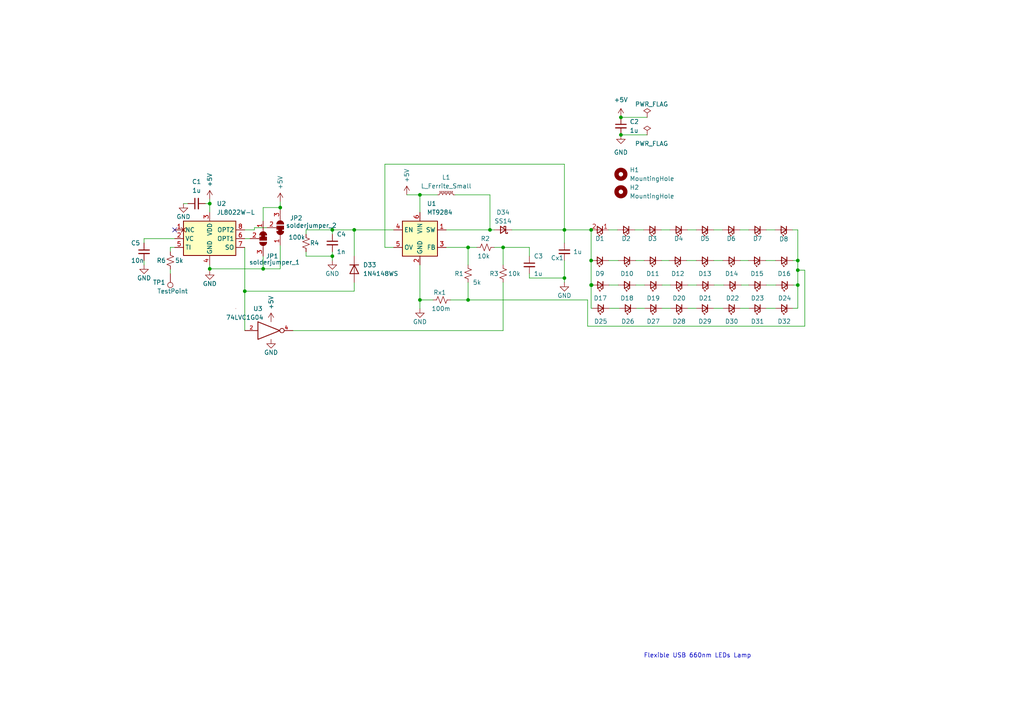
<source format=kicad_sch>
(kicad_sch (version 20211123) (generator eeschema)

  (uuid 11f2a465-38a3-4bb7-b060-d70409dff4e7)

  (paper "A4")

  (lib_symbols
    (symbol "Connector:TestPoint" (pin_numbers hide) (pin_names (offset 0.762) hide) (in_bom yes) (on_board yes)
      (property "Reference" "TP" (id 0) (at 0 6.858 0)
        (effects (font (size 1.27 1.27)))
      )
      (property "Value" "TestPoint" (id 1) (at 0 5.08 0)
        (effects (font (size 1.27 1.27)))
      )
      (property "Footprint" "" (id 2) (at 5.08 0 0)
        (effects (font (size 1.27 1.27)) hide)
      )
      (property "Datasheet" "~" (id 3) (at 5.08 0 0)
        (effects (font (size 1.27 1.27)) hide)
      )
      (property "ki_keywords" "test point tp" (id 4) (at 0 0 0)
        (effects (font (size 1.27 1.27)) hide)
      )
      (property "ki_description" "test point" (id 5) (at 0 0 0)
        (effects (font (size 1.27 1.27)) hide)
      )
      (property "ki_fp_filters" "Pin* Test*" (id 6) (at 0 0 0)
        (effects (font (size 1.27 1.27)) hide)
      )
      (symbol "TestPoint_0_1"
        (circle (center 0 3.302) (radius 0.762)
          (stroke (width 0) (type default) (color 0 0 0 0))
          (fill (type none))
        )
      )
      (symbol "TestPoint_1_1"
        (pin passive line (at 0 0 90) (length 2.54)
          (name "1" (effects (font (size 1.27 1.27))))
          (number "1" (effects (font (size 1.27 1.27))))
        )
      )
    )
    (symbol "Device:C_Small" (pin_numbers hide) (pin_names (offset 0.254) hide) (in_bom yes) (on_board yes)
      (property "Reference" "C" (id 0) (at 0.254 1.778 0)
        (effects (font (size 1.27 1.27)) (justify left))
      )
      (property "Value" "C_Small" (id 1) (at 0.254 -2.032 0)
        (effects (font (size 1.27 1.27)) (justify left))
      )
      (property "Footprint" "" (id 2) (at 0 0 0)
        (effects (font (size 1.27 1.27)) hide)
      )
      (property "Datasheet" "~" (id 3) (at 0 0 0)
        (effects (font (size 1.27 1.27)) hide)
      )
      (property "ki_keywords" "capacitor cap" (id 4) (at 0 0 0)
        (effects (font (size 1.27 1.27)) hide)
      )
      (property "ki_description" "Unpolarized capacitor, small symbol" (id 5) (at 0 0 0)
        (effects (font (size 1.27 1.27)) hide)
      )
      (property "ki_fp_filters" "C_*" (id 6) (at 0 0 0)
        (effects (font (size 1.27 1.27)) hide)
      )
      (symbol "C_Small_0_1"
        (polyline
          (pts
            (xy -1.524 -0.508)
            (xy 1.524 -0.508)
          )
          (stroke (width 0.3302) (type default) (color 0 0 0 0))
          (fill (type none))
        )
        (polyline
          (pts
            (xy -1.524 0.508)
            (xy 1.524 0.508)
          )
          (stroke (width 0.3048) (type default) (color 0 0 0 0))
          (fill (type none))
        )
      )
      (symbol "C_Small_1_1"
        (pin passive line (at 0 2.54 270) (length 2.032)
          (name "~" (effects (font (size 1.27 1.27))))
          (number "1" (effects (font (size 1.27 1.27))))
        )
        (pin passive line (at 0 -2.54 90) (length 2.032)
          (name "~" (effects (font (size 1.27 1.27))))
          (number "2" (effects (font (size 1.27 1.27))))
        )
      )
    )
    (symbol "Device:D_Schottky_Small" (pin_numbers hide) (pin_names (offset 0.254) hide) (in_bom yes) (on_board yes)
      (property "Reference" "D" (id 0) (at -1.27 2.032 0)
        (effects (font (size 1.27 1.27)) (justify left))
      )
      (property "Value" "D_Schottky_Small" (id 1) (at -7.112 -2.032 0)
        (effects (font (size 1.27 1.27)) (justify left))
      )
      (property "Footprint" "" (id 2) (at 0 0 90)
        (effects (font (size 1.27 1.27)) hide)
      )
      (property "Datasheet" "~" (id 3) (at 0 0 90)
        (effects (font (size 1.27 1.27)) hide)
      )
      (property "ki_keywords" "diode Schottky" (id 4) (at 0 0 0)
        (effects (font (size 1.27 1.27)) hide)
      )
      (property "ki_description" "Schottky diode, small symbol" (id 5) (at 0 0 0)
        (effects (font (size 1.27 1.27)) hide)
      )
      (property "ki_fp_filters" "TO-???* *_Diode_* *SingleDiode* D_*" (id 6) (at 0 0 0)
        (effects (font (size 1.27 1.27)) hide)
      )
      (symbol "D_Schottky_Small_0_1"
        (polyline
          (pts
            (xy -0.762 0)
            (xy 0.762 0)
          )
          (stroke (width 0) (type default) (color 0 0 0 0))
          (fill (type none))
        )
        (polyline
          (pts
            (xy 0.762 -1.016)
            (xy -0.762 0)
            (xy 0.762 1.016)
            (xy 0.762 -1.016)
          )
          (stroke (width 0.254) (type default) (color 0 0 0 0))
          (fill (type none))
        )
        (polyline
          (pts
            (xy -1.27 0.762)
            (xy -1.27 1.016)
            (xy -0.762 1.016)
            (xy -0.762 -1.016)
            (xy -0.254 -1.016)
            (xy -0.254 -0.762)
          )
          (stroke (width 0.254) (type default) (color 0 0 0 0))
          (fill (type none))
        )
      )
      (symbol "D_Schottky_Small_1_1"
        (pin passive line (at -2.54 0 0) (length 1.778)
          (name "K" (effects (font (size 1.27 1.27))))
          (number "1" (effects (font (size 1.27 1.27))))
        )
        (pin passive line (at 2.54 0 180) (length 1.778)
          (name "A" (effects (font (size 1.27 1.27))))
          (number "2" (effects (font (size 1.27 1.27))))
        )
      )
    )
    (symbol "Device:LED_Small" (pin_numbers hide) (pin_names (offset 0.254) hide) (in_bom yes) (on_board yes)
      (property "Reference" "D" (id 0) (at -1.27 3.175 0)
        (effects (font (size 1.27 1.27)) (justify left))
      )
      (property "Value" "LED_Small" (id 1) (at -4.445 -2.54 0)
        (effects (font (size 1.27 1.27)) (justify left))
      )
      (property "Footprint" "" (id 2) (at 0 0 90)
        (effects (font (size 1.27 1.27)) hide)
      )
      (property "Datasheet" "~" (id 3) (at 0 0 90)
        (effects (font (size 1.27 1.27)) hide)
      )
      (property "ki_keywords" "LED diode light-emitting-diode" (id 4) (at 0 0 0)
        (effects (font (size 1.27 1.27)) hide)
      )
      (property "ki_description" "Light emitting diode, small symbol" (id 5) (at 0 0 0)
        (effects (font (size 1.27 1.27)) hide)
      )
      (property "ki_fp_filters" "LED* LED_SMD:* LED_THT:*" (id 6) (at 0 0 0)
        (effects (font (size 1.27 1.27)) hide)
      )
      (symbol "LED_Small_0_1"
        (polyline
          (pts
            (xy -0.762 -1.016)
            (xy -0.762 1.016)
          )
          (stroke (width 0.254) (type default) (color 0 0 0 0))
          (fill (type none))
        )
        (polyline
          (pts
            (xy 1.016 0)
            (xy -0.762 0)
          )
          (stroke (width 0) (type default) (color 0 0 0 0))
          (fill (type none))
        )
        (polyline
          (pts
            (xy 0.762 -1.016)
            (xy -0.762 0)
            (xy 0.762 1.016)
            (xy 0.762 -1.016)
          )
          (stroke (width 0.254) (type default) (color 0 0 0 0))
          (fill (type none))
        )
        (polyline
          (pts
            (xy 0 0.762)
            (xy -0.508 1.27)
            (xy -0.254 1.27)
            (xy -0.508 1.27)
            (xy -0.508 1.016)
          )
          (stroke (width 0) (type default) (color 0 0 0 0))
          (fill (type none))
        )
        (polyline
          (pts
            (xy 0.508 1.27)
            (xy 0 1.778)
            (xy 0.254 1.778)
            (xy 0 1.778)
            (xy 0 1.524)
          )
          (stroke (width 0) (type default) (color 0 0 0 0))
          (fill (type none))
        )
      )
      (symbol "LED_Small_1_1"
        (pin passive line (at -2.54 0 0) (length 1.778)
          (name "K" (effects (font (size 1.27 1.27))))
          (number "1" (effects (font (size 1.27 1.27))))
        )
        (pin passive line (at 2.54 0 180) (length 1.778)
          (name "A" (effects (font (size 1.27 1.27))))
          (number "2" (effects (font (size 1.27 1.27))))
        )
      )
    )
    (symbol "Device:L_Ferrite_Small" (pin_numbers hide) (pin_names (offset 0.254) hide) (in_bom yes) (on_board yes)
      (property "Reference" "L" (id 0) (at 1.27 1.016 0)
        (effects (font (size 1.27 1.27)) (justify left))
      )
      (property "Value" "L_Ferrite_Small" (id 1) (at 1.27 -1.27 0)
        (effects (font (size 1.27 1.27)) (justify left))
      )
      (property "Footprint" "" (id 2) (at 0 0 0)
        (effects (font (size 1.27 1.27)) hide)
      )
      (property "Datasheet" "~" (id 3) (at 0 0 0)
        (effects (font (size 1.27 1.27)) hide)
      )
      (property "ki_keywords" "inductor choke coil reactor magnetic" (id 4) (at 0 0 0)
        (effects (font (size 1.27 1.27)) hide)
      )
      (property "ki_description" "Inductor with ferrite core, small symbol" (id 5) (at 0 0 0)
        (effects (font (size 1.27 1.27)) hide)
      )
      (property "ki_fp_filters" "Choke_* *Coil* Inductor_* L_*" (id 6) (at 0 0 0)
        (effects (font (size 1.27 1.27)) hide)
      )
      (symbol "L_Ferrite_Small_0_1"
        (arc (start 0 -2.032) (mid 0.508 -1.524) (end 0 -1.016)
          (stroke (width 0) (type default) (color 0 0 0 0))
          (fill (type none))
        )
        (arc (start 0 -1.016) (mid 0.508 -0.508) (end 0 0)
          (stroke (width 0) (type default) (color 0 0 0 0))
          (fill (type none))
        )
        (polyline
          (pts
            (xy 0.762 -1.905)
            (xy 0.762 -1.651)
          )
          (stroke (width 0) (type default) (color 0 0 0 0))
          (fill (type none))
        )
        (polyline
          (pts
            (xy 0.762 -1.397)
            (xy 0.762 -1.143)
          )
          (stroke (width 0) (type default) (color 0 0 0 0))
          (fill (type none))
        )
        (polyline
          (pts
            (xy 0.762 -0.889)
            (xy 0.762 -0.635)
          )
          (stroke (width 0) (type default) (color 0 0 0 0))
          (fill (type none))
        )
        (polyline
          (pts
            (xy 0.762 -0.381)
            (xy 0.762 -0.127)
          )
          (stroke (width 0) (type default) (color 0 0 0 0))
          (fill (type none))
        )
        (polyline
          (pts
            (xy 0.762 0.127)
            (xy 0.762 0.381)
          )
          (stroke (width 0) (type default) (color 0 0 0 0))
          (fill (type none))
        )
        (polyline
          (pts
            (xy 0.762 0.635)
            (xy 0.762 0.889)
          )
          (stroke (width 0) (type default) (color 0 0 0 0))
          (fill (type none))
        )
        (polyline
          (pts
            (xy 0.762 1.143)
            (xy 0.762 1.397)
          )
          (stroke (width 0) (type default) (color 0 0 0 0))
          (fill (type none))
        )
        (polyline
          (pts
            (xy 0.762 1.651)
            (xy 0.762 1.905)
          )
          (stroke (width 0) (type default) (color 0 0 0 0))
          (fill (type none))
        )
        (polyline
          (pts
            (xy 1.016 -1.651)
            (xy 1.016 -1.905)
          )
          (stroke (width 0) (type default) (color 0 0 0 0))
          (fill (type none))
        )
        (polyline
          (pts
            (xy 1.016 -1.143)
            (xy 1.016 -1.397)
          )
          (stroke (width 0) (type default) (color 0 0 0 0))
          (fill (type none))
        )
        (polyline
          (pts
            (xy 1.016 -0.635)
            (xy 1.016 -0.889)
          )
          (stroke (width 0) (type default) (color 0 0 0 0))
          (fill (type none))
        )
        (polyline
          (pts
            (xy 1.016 -0.127)
            (xy 1.016 -0.381)
          )
          (stroke (width 0) (type default) (color 0 0 0 0))
          (fill (type none))
        )
        (polyline
          (pts
            (xy 1.016 0.381)
            (xy 1.016 0.127)
          )
          (stroke (width 0) (type default) (color 0 0 0 0))
          (fill (type none))
        )
        (polyline
          (pts
            (xy 1.016 0.889)
            (xy 1.016 0.635)
          )
          (stroke (width 0) (type default) (color 0 0 0 0))
          (fill (type none))
        )
        (polyline
          (pts
            (xy 1.016 1.397)
            (xy 1.016 1.143)
          )
          (stroke (width 0) (type default) (color 0 0 0 0))
          (fill (type none))
        )
        (polyline
          (pts
            (xy 1.016 1.905)
            (xy 1.016 1.651)
          )
          (stroke (width 0) (type default) (color 0 0 0 0))
          (fill (type none))
        )
        (arc (start 0 0) (mid 0.508 0.508) (end 0 1.016)
          (stroke (width 0) (type default) (color 0 0 0 0))
          (fill (type none))
        )
        (arc (start 0 1.016) (mid 0.508 1.524) (end 0 2.032)
          (stroke (width 0) (type default) (color 0 0 0 0))
          (fill (type none))
        )
      )
      (symbol "L_Ferrite_Small_1_1"
        (pin passive line (at 0 2.54 270) (length 0.508)
          (name "~" (effects (font (size 1.27 1.27))))
          (number "1" (effects (font (size 1.27 1.27))))
        )
        (pin passive line (at 0 -2.54 90) (length 0.508)
          (name "~" (effects (font (size 1.27 1.27))))
          (number "2" (effects (font (size 1.27 1.27))))
        )
      )
    )
    (symbol "Device:R_Small_US" (pin_numbers hide) (pin_names (offset 0.254) hide) (in_bom yes) (on_board yes)
      (property "Reference" "R" (id 0) (at 0.762 0.508 0)
        (effects (font (size 1.27 1.27)) (justify left))
      )
      (property "Value" "R_Small_US" (id 1) (at 0.762 -1.016 0)
        (effects (font (size 1.27 1.27)) (justify left))
      )
      (property "Footprint" "" (id 2) (at 0 0 0)
        (effects (font (size 1.27 1.27)) hide)
      )
      (property "Datasheet" "~" (id 3) (at 0 0 0)
        (effects (font (size 1.27 1.27)) hide)
      )
      (property "ki_keywords" "r resistor" (id 4) (at 0 0 0)
        (effects (font (size 1.27 1.27)) hide)
      )
      (property "ki_description" "Resistor, small US symbol" (id 5) (at 0 0 0)
        (effects (font (size 1.27 1.27)) hide)
      )
      (property "ki_fp_filters" "R_*" (id 6) (at 0 0 0)
        (effects (font (size 1.27 1.27)) hide)
      )
      (symbol "R_Small_US_1_1"
        (polyline
          (pts
            (xy 0 0)
            (xy 1.016 -0.381)
            (xy 0 -0.762)
            (xy -1.016 -1.143)
            (xy 0 -1.524)
          )
          (stroke (width 0) (type default) (color 0 0 0 0))
          (fill (type none))
        )
        (polyline
          (pts
            (xy 0 1.524)
            (xy 1.016 1.143)
            (xy 0 0.762)
            (xy -1.016 0.381)
            (xy 0 0)
          )
          (stroke (width 0) (type default) (color 0 0 0 0))
          (fill (type none))
        )
        (pin passive line (at 0 2.54 270) (length 1.016)
          (name "~" (effects (font (size 1.27 1.27))))
          (number "1" (effects (font (size 1.27 1.27))))
        )
        (pin passive line (at 0 -2.54 90) (length 1.016)
          (name "~" (effects (font (size 1.27 1.27))))
          (number "2" (effects (font (size 1.27 1.27))))
        )
      )
    )
    (symbol "Diode:1N4148WS" (pin_numbers hide) (pin_names (offset 1.016) hide) (in_bom yes) (on_board yes)
      (property "Reference" "D" (id 0) (at 0 2.54 0)
        (effects (font (size 1.27 1.27)))
      )
      (property "Value" "1N4148WS" (id 1) (at 0 -2.54 0)
        (effects (font (size 1.27 1.27)))
      )
      (property "Footprint" "Diode_SMD:D_SOD-323" (id 2) (at 0 -4.445 0)
        (effects (font (size 1.27 1.27)) hide)
      )
      (property "Datasheet" "https://www.vishay.com/docs/85751/1n4148ws.pdf" (id 3) (at 0 0 0)
        (effects (font (size 1.27 1.27)) hide)
      )
      (property "ki_keywords" "diode" (id 4) (at 0 0 0)
        (effects (font (size 1.27 1.27)) hide)
      )
      (property "ki_description" "75V 0.15A Fast switching Diode, SOD-323" (id 5) (at 0 0 0)
        (effects (font (size 1.27 1.27)) hide)
      )
      (property "ki_fp_filters" "D*SOD?323*" (id 6) (at 0 0 0)
        (effects (font (size 1.27 1.27)) hide)
      )
      (symbol "1N4148WS_0_1"
        (polyline
          (pts
            (xy -1.27 1.27)
            (xy -1.27 -1.27)
          )
          (stroke (width 0.254) (type default) (color 0 0 0 0))
          (fill (type none))
        )
        (polyline
          (pts
            (xy 1.27 0)
            (xy -1.27 0)
          )
          (stroke (width 0) (type default) (color 0 0 0 0))
          (fill (type none))
        )
        (polyline
          (pts
            (xy 1.27 1.27)
            (xy 1.27 -1.27)
            (xy -1.27 0)
            (xy 1.27 1.27)
          )
          (stroke (width 0.254) (type default) (color 0 0 0 0))
          (fill (type none))
        )
      )
      (symbol "1N4148WS_1_1"
        (pin passive line (at -3.81 0 0) (length 2.54)
          (name "K" (effects (font (size 1.27 1.27))))
          (number "1" (effects (font (size 1.27 1.27))))
        )
        (pin passive line (at 3.81 0 180) (length 2.54)
          (name "A" (effects (font (size 1.27 1.27))))
          (number "2" (effects (font (size 1.27 1.27))))
        )
      )
    )
    (symbol "Jumper:SolderJumper_3_Bridged12" (pin_names (offset 0) hide) (in_bom yes) (on_board yes)
      (property "Reference" "JP" (id 0) (at -2.54 -2.54 0)
        (effects (font (size 1.27 1.27)))
      )
      (property "Value" "SolderJumper_3_Bridged12" (id 1) (at 0 2.794 0)
        (effects (font (size 1.27 1.27)))
      )
      (property "Footprint" "" (id 2) (at 0 0 0)
        (effects (font (size 1.27 1.27)) hide)
      )
      (property "Datasheet" "~" (id 3) (at 0 0 0)
        (effects (font (size 1.27 1.27)) hide)
      )
      (property "ki_keywords" "Solder Jumper SPDT" (id 4) (at 0 0 0)
        (effects (font (size 1.27 1.27)) hide)
      )
      (property "ki_description" "3-pole Solder Jumper, pins 1+2 closed/bridged" (id 5) (at 0 0 0)
        (effects (font (size 1.27 1.27)) hide)
      )
      (property "ki_fp_filters" "SolderJumper*Bridged12*" (id 6) (at 0 0 0)
        (effects (font (size 1.27 1.27)) hide)
      )
      (symbol "SolderJumper_3_Bridged12_0_1"
        (rectangle (start -1.016 0.508) (end -0.508 -0.508)
          (stroke (width 0) (type default) (color 0 0 0 0))
          (fill (type outline))
        )
        (arc (start -1.016 1.016) (mid -2.032 0) (end -1.016 -1.016)
          (stroke (width 0) (type default) (color 0 0 0 0))
          (fill (type none))
        )
        (arc (start -1.016 1.016) (mid -2.032 0) (end -1.016 -1.016)
          (stroke (width 0) (type default) (color 0 0 0 0))
          (fill (type outline))
        )
        (rectangle (start -0.508 1.016) (end 0.508 -1.016)
          (stroke (width 0) (type default) (color 0 0 0 0))
          (fill (type outline))
        )
        (polyline
          (pts
            (xy -2.54 0)
            (xy -2.032 0)
          )
          (stroke (width 0) (type default) (color 0 0 0 0))
          (fill (type none))
        )
        (polyline
          (pts
            (xy -1.016 1.016)
            (xy -1.016 -1.016)
          )
          (stroke (width 0) (type default) (color 0 0 0 0))
          (fill (type none))
        )
        (polyline
          (pts
            (xy 0 -1.27)
            (xy 0 -1.016)
          )
          (stroke (width 0) (type default) (color 0 0 0 0))
          (fill (type none))
        )
        (polyline
          (pts
            (xy 1.016 1.016)
            (xy 1.016 -1.016)
          )
          (stroke (width 0) (type default) (color 0 0 0 0))
          (fill (type none))
        )
        (polyline
          (pts
            (xy 2.54 0)
            (xy 2.032 0)
          )
          (stroke (width 0) (type default) (color 0 0 0 0))
          (fill (type none))
        )
        (arc (start 1.016 -1.016) (mid 2.032 0) (end 1.016 1.016)
          (stroke (width 0) (type default) (color 0 0 0 0))
          (fill (type none))
        )
        (arc (start 1.016 -1.016) (mid 2.032 0) (end 1.016 1.016)
          (stroke (width 0) (type default) (color 0 0 0 0))
          (fill (type outline))
        )
      )
      (symbol "SolderJumper_3_Bridged12_1_1"
        (pin passive line (at -5.08 0 0) (length 2.54)
          (name "A" (effects (font (size 1.27 1.27))))
          (number "1" (effects (font (size 1.27 1.27))))
        )
        (pin passive line (at 0 -3.81 90) (length 2.54)
          (name "C" (effects (font (size 1.27 1.27))))
          (number "2" (effects (font (size 1.27 1.27))))
        )
        (pin passive line (at 5.08 0 180) (length 2.54)
          (name "B" (effects (font (size 1.27 1.27))))
          (number "3" (effects (font (size 1.27 1.27))))
        )
      )
    )
    (symbol "LED_Small_1" (pin_names (offset 0.254) hide) (in_bom yes) (on_board yes)
      (property "Reference" "D" (id 0) (at -1.27 3.175 0)
        (effects (font (size 1.27 1.27)) (justify left))
      )
      (property "Value" "LED_Small_1" (id 1) (at -4.445 -2.54 0)
        (effects (font (size 1.27 1.27)) (justify left))
      )
      (property "Footprint" "" (id 2) (at 0 0 90)
        (effects (font (size 1.27 1.27)) hide)
      )
      (property "Datasheet" "~" (id 3) (at 0 0 90)
        (effects (font (size 1.27 1.27)) hide)
      )
      (property "ki_keywords" "LED diode light-emitting-diode" (id 4) (at 0 0 0)
        (effects (font (size 1.27 1.27)) hide)
      )
      (property "ki_description" "Light emitting diode, small symbol" (id 5) (at 0 0 0)
        (effects (font (size 1.27 1.27)) hide)
      )
      (property "ki_fp_filters" "LED* LED_SMD:* LED_THT:*" (id 6) (at 0 0 0)
        (effects (font (size 1.27 1.27)) hide)
      )
      (symbol "LED_Small_1_0_1"
        (polyline
          (pts
            (xy -0.762 -1.016)
            (xy -0.762 1.016)
          )
          (stroke (width 0.254) (type default) (color 0 0 0 0))
          (fill (type none))
        )
        (polyline
          (pts
            (xy 1.016 0)
            (xy -0.762 0)
          )
          (stroke (width 0) (type default) (color 0 0 0 0))
          (fill (type none))
        )
        (polyline
          (pts
            (xy 0.762 -1.016)
            (xy -0.762 0)
            (xy 0.762 1.016)
            (xy 0.762 -1.016)
          )
          (stroke (width 0.254) (type default) (color 0 0 0 0))
          (fill (type none))
        )
        (polyline
          (pts
            (xy 0 0.762)
            (xy -0.508 1.27)
            (xy -0.254 1.27)
            (xy -0.508 1.27)
            (xy -0.508 1.016)
          )
          (stroke (width 0) (type default) (color 0 0 0 0))
          (fill (type none))
        )
        (polyline
          (pts
            (xy 0.508 1.27)
            (xy 0 1.778)
            (xy 0.254 1.778)
            (xy 0 1.778)
            (xy 0 1.524)
          )
          (stroke (width 0) (type default) (color 0 0 0 0))
          (fill (type none))
        )
      )
      (symbol "LED_Small_1_1_1"
        (pin passive line (at -2.54 0 0) (length 1.778)
          (name "K" (effects (font (size 1.27 1.27))))
          (number "1" (effects (font (size 1.27 1.27))))
        )
        (pin passive line (at 2.54 0 180) (length 1.778)
          (name "A" (effects (font (size 1.27 1.27))))
          (number "2" (effects (font (size 1.27 1.27))))
        )
      )
    )
    (symbol "MT9284_1" (in_bom yes) (on_board yes)
      (property "Reference" "U" (id 0) (at 2.1844 9.144 0)
        (effects (font (size 1.27 1.27)))
      )
      (property "Value" "MT9284_1" (id 1) (at 4.8768 6.9088 0)
        (effects (font (size 1.27 1.27)))
      )
      (property "Footprint" "Package_TO_SOT_SMD:SOT-23-6" (id 2) (at 0 0 0)
        (effects (font (size 1.27 1.27)) hide)
      )
      (property "Datasheet" "https://datasheet.lcsc.com/szlcsc/1806041028_XI-AN-Aerosemi-Tech-MT9284-28J_C181780.pdf" (id 3) (at 0.0508 11.0744 0)
        (effects (font (size 1.27 1.27)) hide)
      )
      (property "ki_keywords" "LED driver single" (id 4) (at 0 0 0)
        (effects (font (size 1.27 1.27)) hide)
      )
      (property "ki_description" "1.2MHz, High Efficiency Boost White LED Driver" (id 5) (at 0 0 0)
        (effects (font (size 1.27 1.27)) hide)
      )
      (symbol "MT9284_1_0_1"
        (rectangle (start 5.08 -5.08) (end -5.08 5.08)
          (stroke (width 0.254) (type default) (color 0 0 0 0))
          (fill (type background))
        )
      )
      (symbol "MT9284_1_1_1"
        (pin open_collector line (at 7.62 2.54 180) (length 2.54)
          (name "SW" (effects (font (size 1.27 1.27))))
          (number "1" (effects (font (size 1.27 1.27))))
        )
        (pin power_in line (at 0 -7.62 90) (length 2.54)
          (name "GND" (effects (font (size 1.27 1.27))))
          (number "2" (effects (font (size 1.27 1.27))))
        )
        (pin input line (at 7.62 -2.54 180) (length 2.54)
          (name "FB" (effects (font (size 1.27 1.27))))
          (number "3" (effects (font (size 1.27 1.27))))
        )
        (pin input line (at -7.62 2.54 0) (length 2.54)
          (name "EN" (effects (font (size 1.27 1.27))))
          (number "4" (effects (font (size 1.27 1.27))))
        )
        (pin input line (at -7.62 -2.54 0) (length 2.54)
          (name "OV" (effects (font (size 1.27 1.27))))
          (number "5" (effects (font (size 1.27 1.27))))
        )
        (pin power_in line (at 0 7.62 270) (length 2.54)
          (name "VIN" (effects (font (size 1.27 1.27))))
          (number "6" (effects (font (size 1.27 1.27))))
        )
      )
    )
    (symbol "Mechanical:MountingHole" (pin_names (offset 1.016)) (in_bom yes) (on_board yes)
      (property "Reference" "H" (id 0) (at 0 5.08 0)
        (effects (font (size 1.27 1.27)))
      )
      (property "Value" "MountingHole" (id 1) (at 0 3.175 0)
        (effects (font (size 1.27 1.27)))
      )
      (property "Footprint" "" (id 2) (at 0 0 0)
        (effects (font (size 1.27 1.27)) hide)
      )
      (property "Datasheet" "~" (id 3) (at 0 0 0)
        (effects (font (size 1.27 1.27)) hide)
      )
      (property "ki_keywords" "mounting hole" (id 4) (at 0 0 0)
        (effects (font (size 1.27 1.27)) hide)
      )
      (property "ki_description" "Mounting Hole without connection" (id 5) (at 0 0 0)
        (effects (font (size 1.27 1.27)) hide)
      )
      (property "ki_fp_filters" "MountingHole*" (id 6) (at 0 0 0)
        (effects (font (size 1.27 1.27)) hide)
      )
      (symbol "MountingHole_0_1"
        (circle (center 0 0) (radius 1.27)
          (stroke (width 1.27) (type default) (color 0 0 0 0))
          (fill (type none))
        )
      )
    )
    (symbol "USB_LED_Lib:74LVC1G04" (pin_names (offset 1.016)) (in_bom yes) (on_board yes)
      (property "Reference" "U" (id 0) (at -2.54 3.81 0)
        (effects (font (size 1.27 1.27)))
      )
      (property "Value" "74LVC1G04" (id 1) (at 0 -3.81 0)
        (effects (font (size 1.27 1.27)))
      )
      (property "Footprint" "" (id 2) (at 0 0 0)
        (effects (font (size 1.27 1.27)) hide)
      )
      (property "Datasheet" "http://www.ti.com/lit/sg/scyt129e/scyt129e.pdf" (id 3) (at 0 0 0)
        (effects (font (size 1.27 1.27)) hide)
      )
      (property "ki_keywords" "Single Gate NOT LVC CMOS" (id 4) (at 0 0 0)
        (effects (font (size 1.27 1.27)) hide)
      )
      (property "ki_description" "Single NOT Gate, Low-Voltage CMOS" (id 5) (at 0 0 0)
        (effects (font (size 1.27 1.27)) hide)
      )
      (property "ki_fp_filters" "SOT* SG-*" (id 6) (at 0 0 0)
        (effects (font (size 1.27 1.27)) hide)
      )
      (symbol "74LVC1G04_0_0"
        (pin no_connect line (at -6.35 2.286 0) (length 2.54) hide
          (name "~" (effects (font (size 1.27 1.27))))
          (number "1" (effects (font (size 1.27 1.27))))
        )
      )
      (symbol "74LVC1G04_0_1"
        (polyline
          (pts
            (xy -3.81 2.54)
            (xy -3.81 -2.54)
            (xy 2.54 0)
            (xy -3.81 2.54)
          )
          (stroke (width 0.254) (type default) (color 0 0 0 0))
          (fill (type none))
        )
      )
      (symbol "74LVC1G04_1_1"
        (pin input line (at -7.62 0 0) (length 3.81)
          (name "~" (effects (font (size 1.016 1.016))))
          (number "2" (effects (font (size 1.016 1.016))))
        )
        (pin power_in line (at 0 -2.54 270) (length 0) hide
          (name "GND" (effects (font (size 1.016 1.016))))
          (number "3" (effects (font (size 1.016 1.016))))
        )
        (pin output inverted (at 6.35 0 180) (length 3.81)
          (name "~" (effects (font (size 1.016 1.016))))
          (number "4" (effects (font (size 1.016 1.016))))
        )
        (pin power_in line (at 0 2.54 90) (length 0) hide
          (name "VCC" (effects (font (size 1.016 1.016))))
          (number "5" (effects (font (size 1.016 1.016))))
        )
      )
    )
    (symbol "USB_LED_Lib:JL8022W-L" (in_bom yes) (on_board yes)
      (property "Reference" "U" (id 0) (at 1.524 8.636 0)
        (effects (font (size 1.27 1.27)))
      )
      (property "Value" "JL8022W-L" (id 1) (at 6.604 6.604 0)
        (effects (font (size 1.27 1.27)))
      )
      (property "Footprint" "Package_SO:SOIC-8_3.9x4.9mm_P1.27mm" (id 2) (at 0.762 11.43 0)
        (effects (font (size 1.27 1.27)) hide)
      )
      (property "Datasheet" "https://item.taobao.com/item.htm?id=573390368273" (id 3) (at 0.254 13.208 0)
        (effects (font (size 1.27 1.27)) hide)
      )
      (symbol "JL8022W-L_0_1"
        (rectangle (start -7.62 5.08) (end 7.5692 -4.8768)
          (stroke (width 0.254) (type default) (color 0 0 0 0))
          (fill (type background))
        )
        (rectangle (start 7.5692 -20.2692) (end 7.5692 -20.2692)
          (stroke (width 0) (type default) (color 0 0 0 0))
          (fill (type none))
        )
      )
      (symbol "JL8022W-L_1_1"
        (pin passive non_logic (at -10.16 2.54 0) (length 2.54)
          (name "NC" (effects (font (size 1.27 1.27))))
          (number "1" (effects (font (size 1.27 1.27))))
        )
        (pin input line (at -10.16 0 0) (length 2.54)
          (name "VC" (effects (font (size 1.27 1.27))))
          (number "2" (effects (font (size 1.27 1.27))))
        )
        (pin power_in line (at 0 7.62 270) (length 2.54)
          (name "VDD" (effects (font (size 1.27 1.27))))
          (number "3" (effects (font (size 1.27 1.27))))
        )
        (pin power_in line (at 0 -7.62 90) (length 2.54)
          (name "GND" (effects (font (size 1.27 1.27))))
          (number "4" (effects (font (size 1.27 1.27))))
        )
        (pin input line (at -10.16 -2.54 0) (length 2.54)
          (name "TI" (effects (font (size 1.27 1.27))))
          (number "5" (effects (font (size 1.27 1.27))))
        )
        (pin input line (at 10.16 0 180) (length 2.54)
          (name "OPT1" (effects (font (size 1.27 1.27))))
          (number "6" (effects (font (size 1.27 1.27))))
        )
        (pin output line (at 10.16 -2.54 180) (length 2.54)
          (name "SO" (effects (font (size 1.27 1.27))))
          (number "7" (effects (font (size 1.27 1.27))))
        )
        (pin input line (at 10.16 2.54 180) (length 2.54)
          (name "OPT2" (effects (font (size 1.27 1.27))))
          (number "8" (effects (font (size 1.27 1.27))))
        )
      )
    )
    (symbol "power:+5V" (power) (pin_names (offset 0)) (in_bom yes) (on_board yes)
      (property "Reference" "#PWR" (id 0) (at 0 -3.81 0)
        (effects (font (size 1.27 1.27)) hide)
      )
      (property "Value" "+5V" (id 1) (at 0 3.556 0)
        (effects (font (size 1.27 1.27)))
      )
      (property "Footprint" "" (id 2) (at 0 0 0)
        (effects (font (size 1.27 1.27)) hide)
      )
      (property "Datasheet" "" (id 3) (at 0 0 0)
        (effects (font (size 1.27 1.27)) hide)
      )
      (property "ki_keywords" "power-flag" (id 4) (at 0 0 0)
        (effects (font (size 1.27 1.27)) hide)
      )
      (property "ki_description" "Power symbol creates a global label with name \"+5V\"" (id 5) (at 0 0 0)
        (effects (font (size 1.27 1.27)) hide)
      )
      (symbol "+5V_0_1"
        (polyline
          (pts
            (xy -0.762 1.27)
            (xy 0 2.54)
          )
          (stroke (width 0) (type default) (color 0 0 0 0))
          (fill (type none))
        )
        (polyline
          (pts
            (xy 0 0)
            (xy 0 2.54)
          )
          (stroke (width 0) (type default) (color 0 0 0 0))
          (fill (type none))
        )
        (polyline
          (pts
            (xy 0 2.54)
            (xy 0.762 1.27)
          )
          (stroke (width 0) (type default) (color 0 0 0 0))
          (fill (type none))
        )
      )
      (symbol "+5V_1_1"
        (pin power_in line (at 0 0 90) (length 0) hide
          (name "+5V" (effects (font (size 1.27 1.27))))
          (number "1" (effects (font (size 1.27 1.27))))
        )
      )
    )
    (symbol "power:GND" (power) (pin_names (offset 0)) (in_bom yes) (on_board yes)
      (property "Reference" "#PWR" (id 0) (at 0 -6.35 0)
        (effects (font (size 1.27 1.27)) hide)
      )
      (property "Value" "GND" (id 1) (at 0 -3.81 0)
        (effects (font (size 1.27 1.27)))
      )
      (property "Footprint" "" (id 2) (at 0 0 0)
        (effects (font (size 1.27 1.27)) hide)
      )
      (property "Datasheet" "" (id 3) (at 0 0 0)
        (effects (font (size 1.27 1.27)) hide)
      )
      (property "ki_keywords" "power-flag" (id 4) (at 0 0 0)
        (effects (font (size 1.27 1.27)) hide)
      )
      (property "ki_description" "Power symbol creates a global label with name \"GND\" , ground" (id 5) (at 0 0 0)
        (effects (font (size 1.27 1.27)) hide)
      )
      (symbol "GND_0_1"
        (polyline
          (pts
            (xy 0 0)
            (xy 0 -1.27)
            (xy 1.27 -1.27)
            (xy 0 -2.54)
            (xy -1.27 -1.27)
            (xy 0 -1.27)
          )
          (stroke (width 0) (type default) (color 0 0 0 0))
          (fill (type none))
        )
      )
      (symbol "GND_1_1"
        (pin power_in line (at 0 0 270) (length 0) hide
          (name "GND" (effects (font (size 1.27 1.27))))
          (number "1" (effects (font (size 1.27 1.27))))
        )
      )
    )
    (symbol "power:PWR_FLAG" (power) (pin_numbers hide) (pin_names (offset 0) hide) (in_bom yes) (on_board yes)
      (property "Reference" "#FLG" (id 0) (at 0 1.905 0)
        (effects (font (size 1.27 1.27)) hide)
      )
      (property "Value" "PWR_FLAG" (id 1) (at 0 3.81 0)
        (effects (font (size 1.27 1.27)))
      )
      (property "Footprint" "" (id 2) (at 0 0 0)
        (effects (font (size 1.27 1.27)) hide)
      )
      (property "Datasheet" "~" (id 3) (at 0 0 0)
        (effects (font (size 1.27 1.27)) hide)
      )
      (property "ki_keywords" "power-flag" (id 4) (at 0 0 0)
        (effects (font (size 1.27 1.27)) hide)
      )
      (property "ki_description" "Special symbol for telling ERC where power comes from" (id 5) (at 0 0 0)
        (effects (font (size 1.27 1.27)) hide)
      )
      (symbol "PWR_FLAG_0_0"
        (pin power_out line (at 0 0 90) (length 0)
          (name "pwr" (effects (font (size 1.27 1.27))))
          (number "1" (effects (font (size 1.27 1.27))))
        )
      )
      (symbol "PWR_FLAG_0_1"
        (polyline
          (pts
            (xy 0 0)
            (xy 0 1.27)
            (xy -1.016 1.905)
            (xy 0 2.54)
            (xy 1.016 1.905)
            (xy 0 1.27)
          )
          (stroke (width 0) (type default) (color 0 0 0 0))
          (fill (type none))
        )
      )
    )
  )

  (junction (at 163.703 80.645) (diameter 0) (color 0 0 0 0)
    (uuid 01d5e6c5-9044-400c-861c-1d90c2039009)
  )
  (junction (at 135.763 71.755) (diameter 0) (color 0 0 0 0)
    (uuid 052ee389-8abc-442e-bc72-44279a85513a)
  )
  (junction (at 171.45 75.565) (diameter 0) (color 0 0 0 0)
    (uuid 32d89195-68af-45f9-b2c4-d5276171682b)
  )
  (junction (at 121.793 56.515) (diameter 0) (color 0 0 0 0)
    (uuid 330763dd-5ff8-40d5-ac56-4e9e6a6502cb)
  )
  (junction (at 60.833 59.055) (diameter 0) (color 0 0 0 0)
    (uuid 357eda71-256f-4fd3-ab7a-df879d50f864)
  )
  (junction (at 231.394 82.677) (diameter 0) (color 0 0 0 0)
    (uuid 375f09a6-31ca-4972-9b7a-696899a41f41)
  )
  (junction (at 171.45 82.677) (diameter 0) (color 0 0 0 0)
    (uuid 3ce5b8fc-280e-494b-b647-31b3979c04d0)
  )
  (junction (at 70.993 84.455) (diameter 0) (color 0 0 0 0)
    (uuid 40e66246-e845-4db4-8989-49d1ea21fe9f)
  )
  (junction (at 142.113 66.675) (diameter 0) (color 0 0 0 0)
    (uuid 44f2c353-547d-4e23-b65a-b88edafe9c64)
  )
  (junction (at 145.923 71.755) (diameter 0) (color 0 0 0 0)
    (uuid 4a412e7a-ffe1-490f-944a-b255a50f2207)
  )
  (junction (at 163.703 66.675) (diameter 0) (color 0 0 0 0)
    (uuid 4c18db71-d379-465e-b909-cfa0f53e3e0f)
  )
  (junction (at 171.45 66.675) (diameter 0) (color 0 0 0 0)
    (uuid 605cea83-07f1-4056-8cac-6861810dfbe7)
  )
  (junction (at 81.28 60.198) (diameter 0) (color 0 0 0 0)
    (uuid 6eb4f8ab-8051-4126-9de1-0eb6a8461b98)
  )
  (junction (at 180.086 34.036) (diameter 0) (color 0 0 0 0)
    (uuid 6eff4b14-3ffc-4720-a64f-9061e250fef8)
  )
  (junction (at 96.393 74.295) (diameter 0) (color 0 0 0 0)
    (uuid 72a2c435-f87b-4c19-ad76-ce18ca23529d)
  )
  (junction (at 171.577 82.677) (diameter 0) (color 0 0 0 0)
    (uuid 79425a48-ab01-4e31-a615-6c6f2bd673c2)
  )
  (junction (at 96.393 66.675) (diameter 0) (color 0 0 0 0)
    (uuid 8099b398-de4f-49ab-bac6-25769a52e0f9)
  )
  (junction (at 231.394 75.565) (diameter 0) (color 0 0 0 0)
    (uuid 88e17ac0-58b6-44a9-800b-91bd9757c556)
  )
  (junction (at 231.394 78.359) (diameter 0) (color 0 0 0 0)
    (uuid a02d3549-1891-48fb-9d31-4eb33762326d)
  )
  (junction (at 135.763 86.995) (diameter 0) (color 0 0 0 0)
    (uuid ad334fad-8271-44a6-9ba5-5e906e8d0f15)
  )
  (junction (at 102.743 66.675) (diameter 0) (color 0 0 0 0)
    (uuid c17701f2-7f86-4d91-8f1c-4f5a4efada95)
  )
  (junction (at 180.086 39.116) (diameter 0) (color 0 0 0 0)
    (uuid c45676fd-85cc-4081-b2cd-fe866a3c8778)
  )
  (junction (at 60.833 77.978) (diameter 0) (color 0 0 0 0)
    (uuid d486d183-67e9-4207-8b5d-d90e640d880d)
  )
  (junction (at 76.327 77.978) (diameter 0) (color 0 0 0 0)
    (uuid e45f3ed1-bfd8-4c89-b593-350de863e40b)
  )
  (junction (at 121.793 86.995) (diameter 0) (color 0 0 0 0)
    (uuid e8980d7c-68ca-42c1-9248-2148938df987)
  )

  (no_connect (at 50.673 66.675) (uuid 84e14d1d-cc2e-4d99-ae90-8240af0ef565))

  (wire (pts (xy 163.703 80.645) (xy 163.703 75.565))
    (stroke (width 0) (type default) (color 0 0 0 0))
    (uuid 00785972-6f75-4ec5-b02f-eafe655a12b3)
  )
  (wire (pts (xy 153.543 71.755) (xy 153.543 74.295))
    (stroke (width 0) (type default) (color 0 0 0 0))
    (uuid 04aebcfb-1506-47d4-941b-7d6e9514d1d9)
  )
  (wire (pts (xy 60.833 59.055) (xy 60.833 61.595))
    (stroke (width 0) (type default) (color 0 0 0 0))
    (uuid 05c6d904-530b-4811-ba7b-c05a40799bce)
  )
  (wire (pts (xy 207.137 82.677) (xy 209.931 82.677))
    (stroke (width 0) (type default) (color 0 0 0 0))
    (uuid 06338d85-7e67-4e22-9674-8e9c9279a1ea)
  )
  (wire (pts (xy 88.773 73.025) (xy 88.773 74.295))
    (stroke (width 0) (type default) (color 0 0 0 0))
    (uuid 06c82863-11b0-458a-9fef-f4cdea7175a9)
  )
  (wire (pts (xy 111.633 71.755) (xy 114.173 71.755))
    (stroke (width 0) (type default) (color 0 0 0 0))
    (uuid 1297bb72-7501-4dc7-893d-e2af30fe48c1)
  )
  (wire (pts (xy 121.793 56.515) (xy 126.873 56.515))
    (stroke (width 0) (type default) (color 0 0 0 0))
    (uuid 13061d75-5c35-47e5-8c34-cd5e0dba9380)
  )
  (wire (pts (xy 163.703 47.625) (xy 163.703 66.675))
    (stroke (width 0) (type default) (color 0 0 0 0))
    (uuid 1467764f-30fe-4017-84fb-bc2fc9c63579)
  )
  (wire (pts (xy 81.28 58.547) (xy 81.28 60.198))
    (stroke (width 0) (type default) (color 0 0 0 0))
    (uuid 17f1ca6f-3f18-47c1-a507-469531aad13b)
  )
  (wire (pts (xy 96.393 74.295) (xy 96.393 75.565))
    (stroke (width 0) (type default) (color 0 0 0 0))
    (uuid 1a9e62a4-45a2-47fc-bb10-d151649e55b6)
  )
  (wire (pts (xy 102.743 66.675) (xy 96.393 66.675))
    (stroke (width 0) (type default) (color 0 0 0 0))
    (uuid 1c395082-dada-41e0-825e-e7d7861bb8cc)
  )
  (wire (pts (xy 229.87 66.675) (xy 231.394 66.675))
    (stroke (width 0) (type default) (color 0 0 0 0))
    (uuid 1e4fe5ef-5f32-4e0e-bd87-46348be01ed4)
  )
  (wire (pts (xy 50.673 71.755) (xy 49.403 71.755))
    (stroke (width 0) (type default) (color 0 0 0 0))
    (uuid 1fcef1a0-9c80-4172-9f98-1386674549b3)
  )
  (wire (pts (xy 70.993 71.755) (xy 70.993 84.455))
    (stroke (width 0) (type default) (color 0 0 0 0))
    (uuid 22830cd2-99a9-4cd4-901b-b29465547bcb)
  )
  (wire (pts (xy 145.923 71.755) (xy 145.923 76.835))
    (stroke (width 0) (type default) (color 0 0 0 0))
    (uuid 228a48da-ff3a-489c-8f14-3bc7e422122b)
  )
  (wire (pts (xy 170.434 86.995) (xy 170.434 94.615))
    (stroke (width 0) (type default) (color 0 0 0 0))
    (uuid 23ff74fe-d0bf-45b6-b8f9-2049e39d5b2d)
  )
  (wire (pts (xy 184.658 89.408) (xy 186.944 89.408))
    (stroke (width 0) (type default) (color 0 0 0 0))
    (uuid 242b05ba-2b80-4686-a5d6-5f0a23d5294f)
  )
  (wire (pts (xy 53.213 59.055) (xy 54.483 59.055))
    (stroke (width 0) (type default) (color 0 0 0 0))
    (uuid 25fa6232-db33-409a-b71b-d2c3a9d73913)
  )
  (wire (pts (xy 207.01 66.675) (xy 209.55 66.675))
    (stroke (width 0) (type default) (color 0 0 0 0))
    (uuid 27651fd5-da5c-4026-a409-0264cce4f291)
  )
  (wire (pts (xy 176.784 89.408) (xy 179.578 89.408))
    (stroke (width 0) (type default) (color 0 0 0 0))
    (uuid 28733313-3333-40ba-ae0a-a9a86367f25a)
  )
  (wire (pts (xy 231.394 66.675) (xy 231.394 75.565))
    (stroke (width 0) (type default) (color 0 0 0 0))
    (uuid 2c3f2f2b-5cfd-456d-bb34-399315efca7c)
  )
  (wire (pts (xy 171.45 82.677) (xy 171.577 82.677))
    (stroke (width 0) (type default) (color 0 0 0 0))
    (uuid 2ea4c7bd-df07-4ba8-aa01-24f52cad0943)
  )
  (wire (pts (xy 214.757 75.565) (xy 217.043 75.565))
    (stroke (width 0) (type default) (color 0 0 0 0))
    (uuid 322d7974-4b39-45bc-bc5e-5b16a880a71e)
  )
  (wire (pts (xy 176.53 66.675) (xy 179.07 66.675))
    (stroke (width 0) (type default) (color 0 0 0 0))
    (uuid 32e6092d-adff-4739-8fda-5c4dcbb87238)
  )
  (wire (pts (xy 148.463 66.675) (xy 163.703 66.675))
    (stroke (width 0) (type default) (color 0 0 0 0))
    (uuid 35f07676-fa07-43da-940a-57eb3c9b9d16)
  )
  (wire (pts (xy 222.25 66.675) (xy 224.79 66.675))
    (stroke (width 0) (type default) (color 0 0 0 0))
    (uuid 3634365d-793c-4d87-a4ae-d69fa685e50a)
  )
  (wire (pts (xy 102.743 66.675) (xy 114.173 66.675))
    (stroke (width 0) (type default) (color 0 0 0 0))
    (uuid 36c1fc62-c3c6-44e0-aa05-4aa7770580aa)
  )
  (wire (pts (xy 60.833 77.978) (xy 60.833 78.486))
    (stroke (width 0) (type default) (color 0 0 0 0))
    (uuid 38bf656d-99a0-4afc-8c1e-abeb9eb66a43)
  )
  (wire (pts (xy 76.327 60.198) (xy 81.28 60.198))
    (stroke (width 0) (type default) (color 0 0 0 0))
    (uuid 3902c280-6560-42d2-bd0f-f1c76194c7f1)
  )
  (wire (pts (xy 76.327 74.295) (xy 76.327 77.978))
    (stroke (width 0) (type default) (color 0 0 0 0))
    (uuid 394510da-a11a-4568-8a2d-5e22107f59a9)
  )
  (wire (pts (xy 231.394 89.408) (xy 229.997 89.408))
    (stroke (width 0) (type default) (color 0 0 0 0))
    (uuid 3bb4cfde-62af-4895-9c32-be585219fca2)
  )
  (wire (pts (xy 233.426 78.359) (xy 231.394 78.359))
    (stroke (width 0) (type default) (color 0 0 0 0))
    (uuid 3f93e60f-9d8e-4a3b-9603-634898ab6cfa)
  )
  (wire (pts (xy 184.15 66.675) (xy 186.69 66.675))
    (stroke (width 0) (type default) (color 0 0 0 0))
    (uuid 3f9b046a-4efc-49e4-9285-254f7e45708a)
  )
  (wire (pts (xy 76.327 77.978) (xy 60.833 77.978))
    (stroke (width 0) (type default) (color 0 0 0 0))
    (uuid 40ed6ab8-0574-4ae2-ae6a-9f7c1e3d2b76)
  )
  (wire (pts (xy 129.413 71.755) (xy 135.763 71.755))
    (stroke (width 0) (type default) (color 0 0 0 0))
    (uuid 461eed56-9660-4dbb-b4d2-d9eb75b8e06c)
  )
  (wire (pts (xy 231.394 75.565) (xy 231.394 78.359))
    (stroke (width 0) (type default) (color 0 0 0 0))
    (uuid 489e6a79-0d8e-47f6-b473-29c27e552c8e)
  )
  (wire (pts (xy 171.45 82.677) (xy 171.45 89.408))
    (stroke (width 0) (type default) (color 0 0 0 0))
    (uuid 4bd36bd0-2317-47f6-af57-b682241f5436)
  )
  (wire (pts (xy 233.426 94.615) (xy 233.426 78.359))
    (stroke (width 0) (type default) (color 0 0 0 0))
    (uuid 4c843d62-269a-4e83-ac09-66946a2a82c2)
  )
  (wire (pts (xy 135.763 71.755) (xy 135.763 76.835))
    (stroke (width 0) (type default) (color 0 0 0 0))
    (uuid 4cccbcaa-ef9e-469f-9549-6a6d87421d85)
  )
  (wire (pts (xy 163.703 66.675) (xy 171.45 66.675))
    (stroke (width 0) (type default) (color 0 0 0 0))
    (uuid 50a5dd59-26a6-4eb5-9be7-40b701448aed)
  )
  (wire (pts (xy 170.434 94.615) (xy 233.426 94.615))
    (stroke (width 0) (type default) (color 0 0 0 0))
    (uuid 514c01e8-9ec9-4b55-a96a-e422d85bd66f)
  )
  (wire (pts (xy 145.923 71.755) (xy 153.543 71.755))
    (stroke (width 0) (type default) (color 0 0 0 0))
    (uuid 546fb6b1-19db-4807-8201-6413a666e3c5)
  )
  (wire (pts (xy 142.113 66.675) (xy 143.383 66.675))
    (stroke (width 0) (type default) (color 0 0 0 0))
    (uuid 54b695e0-391b-4ae7-ab80-8d5182a29942)
  )
  (wire (pts (xy 171.45 75.565) (xy 171.45 82.677))
    (stroke (width 0) (type default) (color 0 0 0 0))
    (uuid 56e49132-465e-4718-80e2-799f4b8990bc)
  )
  (wire (pts (xy 135.763 71.755) (xy 138.303 71.755))
    (stroke (width 0) (type default) (color 0 0 0 0))
    (uuid 570fa497-4108-4889-8319-5f50a0655e82)
  )
  (wire (pts (xy 102.743 74.295) (xy 102.743 66.675))
    (stroke (width 0) (type default) (color 0 0 0 0))
    (uuid 5fe6130c-c8b9-4d13-b3f1-d8ec128c76b8)
  )
  (wire (pts (xy 41.783 69.215) (xy 50.673 69.215))
    (stroke (width 0) (type default) (color 0 0 0 0))
    (uuid 635794a4-746d-41d6-8258-10423baaecf5)
  )
  (wire (pts (xy 49.403 71.755) (xy 49.403 73.025))
    (stroke (width 0) (type default) (color 0 0 0 0))
    (uuid 6398c667-280c-4cb3-b12f-72615c02d0ba)
  )
  (wire (pts (xy 102.743 84.455) (xy 70.993 84.455))
    (stroke (width 0) (type default) (color 0 0 0 0))
    (uuid 63d1b857-3573-4391-acc4-1081aa2ecb8c)
  )
  (wire (pts (xy 187.706 34.036) (xy 180.086 34.036))
    (stroke (width 0) (type default) (color 0 0 0 0))
    (uuid 67bd48a2-1d8d-4c63-ae94-f83baa48ceab)
  )
  (wire (pts (xy 180.086 39.116) (xy 187.706 39.116))
    (stroke (width 0) (type default) (color 0 0 0 0))
    (uuid 698c0564-a615-4099-99c7-4b0ac76b5ad5)
  )
  (wire (pts (xy 41.783 76.835) (xy 41.783 75.565))
    (stroke (width 0) (type default) (color 0 0 0 0))
    (uuid 69cdbb4c-e28b-4b08-bb55-8817940995d8)
  )
  (wire (pts (xy 199.136 75.565) (xy 201.93 75.565))
    (stroke (width 0) (type default) (color 0 0 0 0))
    (uuid 6a7c6c9e-adb0-4c40-8f2a-94df3a1773c8)
  )
  (wire (pts (xy 222.25 89.408) (xy 224.917 89.408))
    (stroke (width 0) (type default) (color 0 0 0 0))
    (uuid 6a9f9e7d-0321-4644-92ed-e658f9370d32)
  )
  (wire (pts (xy 121.793 86.995) (xy 125.603 86.995))
    (stroke (width 0) (type default) (color 0 0 0 0))
    (uuid 6b1ac663-5fb5-4708-87db-2a55c30a8a37)
  )
  (wire (pts (xy 49.403 78.105) (xy 49.403 79.375))
    (stroke (width 0) (type default) (color 0 0 0 0))
    (uuid 6b381397-96c1-453c-a5d4-2fd4e740328a)
  )
  (wire (pts (xy 207.01 75.565) (xy 209.677 75.565))
    (stroke (width 0) (type default) (color 0 0 0 0))
    (uuid 6c9decfb-c154-4aa0-ad67-0b3070bbe840)
  )
  (wire (pts (xy 153.543 80.645) (xy 163.703 80.645))
    (stroke (width 0) (type default) (color 0 0 0 0))
    (uuid 6f03f770-acdc-4729-8cbd-5871b56f5e45)
  )
  (wire (pts (xy 191.77 66.675) (xy 194.31 66.675))
    (stroke (width 0) (type default) (color 0 0 0 0))
    (uuid 7000aeda-e932-4a62-b043-9630ad542dda)
  )
  (wire (pts (xy 130.683 86.995) (xy 135.763 86.995))
    (stroke (width 0) (type default) (color 0 0 0 0))
    (uuid 7010e8d8-138b-4ab7-a34e-f7e188a0b5e6)
  )
  (wire (pts (xy 171.45 66.675) (xy 171.45 75.565))
    (stroke (width 0) (type default) (color 0 0 0 0))
    (uuid 723cb721-7396-4d04-ae62-3eef91c94ff3)
  )
  (wire (pts (xy 143.383 71.755) (xy 145.923 71.755))
    (stroke (width 0) (type default) (color 0 0 0 0))
    (uuid 752fddd9-e282-4940-ac71-0f373c91837e)
  )
  (wire (pts (xy 111.633 47.625) (xy 163.703 47.625))
    (stroke (width 0) (type default) (color 0 0 0 0))
    (uuid 7569762d-a5fc-4798-9424-39880e7860da)
  )
  (wire (pts (xy 121.793 56.515) (xy 121.793 61.595))
    (stroke (width 0) (type default) (color 0 0 0 0))
    (uuid 761b5435-a03e-454b-ad88-03ee9f11f90f)
  )
  (wire (pts (xy 163.703 66.675) (xy 163.703 70.485))
    (stroke (width 0) (type default) (color 0 0 0 0))
    (uuid 78332b14-a842-4fec-b97f-f811d5b2a483)
  )
  (wire (pts (xy 214.757 89.408) (xy 217.17 89.408))
    (stroke (width 0) (type default) (color 0 0 0 0))
    (uuid 7c5be5da-3e50-4b35-9189-8a47f95e35db)
  )
  (wire (pts (xy 215.011 82.677) (xy 217.17 82.677))
    (stroke (width 0) (type default) (color 0 0 0 0))
    (uuid 7cb6c9a2-2aea-4c82-9be8-5bd7601e7029)
  )
  (wire (pts (xy 76.327 64.135) (xy 76.327 60.198))
    (stroke (width 0) (type default) (color 0 0 0 0))
    (uuid 7d3b14ff-5b85-4910-a455-8b702f68a0fb)
  )
  (wire (pts (xy 163.703 81.915) (xy 163.703 80.645))
    (stroke (width 0) (type default) (color 0 0 0 0))
    (uuid 7dc435f5-8e43-4cc2-9601-c14588729a60)
  )
  (wire (pts (xy 171.45 89.408) (xy 171.704 89.408))
    (stroke (width 0) (type default) (color 0 0 0 0))
    (uuid 8504fa12-a700-4dff-adc4-7ce9323d5062)
  )
  (wire (pts (xy 81.28 77.978) (xy 76.327 77.978))
    (stroke (width 0) (type default) (color 0 0 0 0))
    (uuid 86b2632a-f4cf-4310-86dd-5ae1ad1203ef)
  )
  (wire (pts (xy 207.01 89.408) (xy 209.677 89.408))
    (stroke (width 0) (type default) (color 0 0 0 0))
    (uuid 899e8b36-e07f-4fd2-a18e-950ce119d319)
  )
  (wire (pts (xy 88.773 66.675) (xy 88.773 67.945))
    (stroke (width 0) (type default) (color 0 0 0 0))
    (uuid 903b72d0-8ad2-4abb-a534-3ec21c6c52d4)
  )
  (wire (pts (xy 229.997 75.565) (xy 231.394 75.565))
    (stroke (width 0) (type default) (color 0 0 0 0))
    (uuid 9064533d-cece-447c-a407-f3b68dbad303)
  )
  (wire (pts (xy 84.963 95.885) (xy 145.923 95.885))
    (stroke (width 0) (type default) (color 0 0 0 0))
    (uuid 91652f79-2272-455a-9f76-31878f919f04)
  )
  (wire (pts (xy 59.563 59.055) (xy 60.833 59.055))
    (stroke (width 0) (type default) (color 0 0 0 0))
    (uuid 9686eb1e-df17-40cd-837a-e51e51400b72)
  )
  (wire (pts (xy 199.517 82.677) (xy 202.057 82.677))
    (stroke (width 0) (type default) (color 0 0 0 0))
    (uuid 992f378b-a78b-407e-b1f2-cc320a53b68a)
  )
  (wire (pts (xy 145.923 81.915) (xy 145.923 95.885))
    (stroke (width 0) (type default) (color 0 0 0 0))
    (uuid 993e8380-eb92-4b29-9074-5414220ca806)
  )
  (wire (pts (xy 199.517 89.408) (xy 201.93 89.408))
    (stroke (width 0) (type default) (color 0 0 0 0))
    (uuid 9c64e7a6-a936-4d11-bd95-cc9430c65900)
  )
  (wire (pts (xy 70.993 84.455) (xy 70.993 95.885))
    (stroke (width 0) (type default) (color 0 0 0 0))
    (uuid 9f43b9cb-db05-4b12-9953-13e8e2096a33)
  )
  (wire (pts (xy 73.787 66.04) (xy 77.47 66.04))
    (stroke (width 0) (type default) (color 0 0 0 0))
    (uuid a070e475-9154-4c86-8212-88b40a167323)
  )
  (wire (pts (xy 131.953 56.515) (xy 142.113 56.515))
    (stroke (width 0) (type default) (color 0 0 0 0))
    (uuid a1be0bca-36dc-4a41-874b-53ed2dad5041)
  )
  (wire (pts (xy 153.543 79.375) (xy 153.543 80.645))
    (stroke (width 0) (type default) (color 0 0 0 0))
    (uuid a30baf4d-f938-4bf3-881e-00486cee7734)
  )
  (wire (pts (xy 191.897 75.565) (xy 194.056 75.565))
    (stroke (width 0) (type default) (color 0 0 0 0))
    (uuid afd67947-0b24-48df-850b-91720cc25870)
  )
  (wire (pts (xy 70.993 66.675) (xy 73.787 66.675))
    (stroke (width 0) (type default) (color 0 0 0 0))
    (uuid b17610a7-7947-44d2-956f-d5c17661c1d4)
  )
  (wire (pts (xy 102.743 81.915) (xy 102.743 84.455))
    (stroke (width 0) (type default) (color 0 0 0 0))
    (uuid b60252bc-527a-4e98-a2e1-b24655680cd5)
  )
  (wire (pts (xy 135.763 81.915) (xy 135.763 86.995))
    (stroke (width 0) (type default) (color 0 0 0 0))
    (uuid b9914e0c-b29a-4fcb-8407-a7aee03a6889)
  )
  (wire (pts (xy 60.833 76.835) (xy 60.833 77.978))
    (stroke (width 0) (type default) (color 0 0 0 0))
    (uuid b9c4317b-34fd-429e-9381-9dff65957c63)
  )
  (wire (pts (xy 70.993 69.215) (xy 72.517 69.215))
    (stroke (width 0) (type default) (color 0 0 0 0))
    (uuid bb669bad-c597-4a52-8889-f8c99928fa2a)
  )
  (wire (pts (xy 81.28 71.12) (xy 81.28 77.978))
    (stroke (width 0) (type default) (color 0 0 0 0))
    (uuid bdabb8d4-2d98-4a16-a5de-e3d85a22f0c3)
  )
  (wire (pts (xy 176.53 75.565) (xy 179.324 75.565))
    (stroke (width 0) (type default) (color 0 0 0 0))
    (uuid c47eba6a-d351-40e0-a267-469200407e0a)
  )
  (wire (pts (xy 184.404 82.677) (xy 186.944 82.677))
    (stroke (width 0) (type default) (color 0 0 0 0))
    (uuid c9b7183f-247b-474f-b1c6-3d21131d2122)
  )
  (wire (pts (xy 231.394 82.677) (xy 231.394 89.408))
    (stroke (width 0) (type default) (color 0 0 0 0))
    (uuid ca1bc2f5-163d-4797-9663-6413e99050b6)
  )
  (wire (pts (xy 81.28 60.198) (xy 81.28 60.96))
    (stroke (width 0) (type default) (color 0 0 0 0))
    (uuid caadb73f-dea6-4084-a6a6-acea3540f731)
  )
  (wire (pts (xy 231.394 78.359) (xy 231.394 82.677))
    (stroke (width 0) (type default) (color 0 0 0 0))
    (uuid cac9e6a5-9ba6-43b0-bdbf-bc8ae51e7991)
  )
  (wire (pts (xy 111.633 47.625) (xy 111.633 71.755))
    (stroke (width 0) (type default) (color 0 0 0 0))
    (uuid caf8d9bd-536f-45a7-9ff7-3fa57776bf74)
  )
  (wire (pts (xy 142.113 56.515) (xy 142.113 66.675))
    (stroke (width 0) (type default) (color 0 0 0 0))
    (uuid ce60ac72-7dbd-4cb2-9f58-83e96914718c)
  )
  (wire (pts (xy 96.393 66.675) (xy 96.393 67.945))
    (stroke (width 0) (type default) (color 0 0 0 0))
    (uuid cea5ca14-e4ea-4df4-bb10-d3168053d259)
  )
  (wire (pts (xy 88.773 74.295) (xy 96.393 74.295))
    (stroke (width 0) (type default) (color 0 0 0 0))
    (uuid cf0c15cd-b00f-419f-bc2b-a059f481db22)
  )
  (wire (pts (xy 199.39 66.675) (xy 201.93 66.675))
    (stroke (width 0) (type default) (color 0 0 0 0))
    (uuid d07e27fd-e97a-4be4-8ad0-56955b3553a8)
  )
  (wire (pts (xy 192.024 82.677) (xy 194.437 82.677))
    (stroke (width 0) (type default) (color 0 0 0 0))
    (uuid d275dbc4-8835-4688-ade7-34575ffe3cc7)
  )
  (wire (pts (xy 176.657 82.677) (xy 179.324 82.677))
    (stroke (width 0) (type default) (color 0 0 0 0))
    (uuid d2ee9c63-3a62-4804-a47d-6f9abfd759b2)
  )
  (wire (pts (xy 60.833 57.785) (xy 60.833 59.055))
    (stroke (width 0) (type default) (color 0 0 0 0))
    (uuid d3ae75a4-5761-4603-b59b-387b2a009b57)
  )
  (wire (pts (xy 222.25 82.677) (xy 225.044 82.677))
    (stroke (width 0) (type default) (color 0 0 0 0))
    (uuid dbb0eee2-1905-497e-a86d-38e443ce3552)
  )
  (wire (pts (xy 129.413 66.675) (xy 142.113 66.675))
    (stroke (width 0) (type default) (color 0 0 0 0))
    (uuid dd7ca979-d8f5-4921-a172-0a23bca0954d)
  )
  (wire (pts (xy 96.393 66.675) (xy 88.773 66.675))
    (stroke (width 0) (type default) (color 0 0 0 0))
    (uuid df5c87ab-d9f0-4a1b-a234-17561619e656)
  )
  (wire (pts (xy 184.404 75.565) (xy 186.817 75.565))
    (stroke (width 0) (type default) (color 0 0 0 0))
    (uuid e1d4bdc1-7ac1-4ccf-8cb2-4022d1d84eaf)
  )
  (wire (pts (xy 121.793 76.835) (xy 121.793 86.995))
    (stroke (width 0) (type default) (color 0 0 0 0))
    (uuid e2b73ae7-d58d-4e2f-a291-4659c37aeca5)
  )
  (wire (pts (xy 121.793 89.535) (xy 121.793 86.995))
    (stroke (width 0) (type default) (color 0 0 0 0))
    (uuid e3e3eb92-e9b6-44ca-b1c8-b7ea28592f85)
  )
  (wire (pts (xy 73.787 66.675) (xy 73.787 66.04))
    (stroke (width 0) (type default) (color 0 0 0 0))
    (uuid e4983f92-02b4-49dc-ad11-f0e01aaae29d)
  )
  (wire (pts (xy 96.393 73.025) (xy 96.393 74.295))
    (stroke (width 0) (type default) (color 0 0 0 0))
    (uuid e4fae146-c865-42b1-9176-8c6623f8bb36)
  )
  (wire (pts (xy 222.123 75.565) (xy 224.917 75.565))
    (stroke (width 0) (type default) (color 0 0 0 0))
    (uuid e7ecae0e-3162-430a-a5ef-d79456497d6c)
  )
  (wire (pts (xy 230.124 82.677) (xy 231.394 82.677))
    (stroke (width 0) (type default) (color 0 0 0 0))
    (uuid eab4a891-073f-4e17-8e00-b6a03c9c515b)
  )
  (wire (pts (xy 214.63 66.675) (xy 217.17 66.675))
    (stroke (width 0) (type default) (color 0 0 0 0))
    (uuid f11d9230-6692-4cd6-9862-f3a5ca802848)
  )
  (wire (pts (xy 117.983 56.515) (xy 121.793 56.515))
    (stroke (width 0) (type default) (color 0 0 0 0))
    (uuid f5f4dc9f-a714-4d35-89e4-69bc5325fb63)
  )
  (wire (pts (xy 135.763 86.995) (xy 170.434 86.995))
    (stroke (width 0) (type default) (color 0 0 0 0))
    (uuid f8e63e46-36fa-4d0a-be17-d343c35168d9)
  )
  (wire (pts (xy 41.783 70.485) (xy 41.783 69.215))
    (stroke (width 0) (type default) (color 0 0 0 0))
    (uuid fbd2671a-758e-4fee-9b5f-e18fe5ca9534)
  )
  (wire (pts (xy 192.024 89.408) (xy 194.437 89.408))
    (stroke (width 0) (type default) (color 0 0 0 0))
    (uuid fcd691a6-32da-40c0-81e2-9c78d9b0d76f)
  )

  (text "Flexible USB 660nm LEDs Lamp\n " (at 186.69 193.04 0)
    (effects (font (size 1.27 1.27)) (justify left bottom))
    (uuid 8b18768a-d84d-4649-8a1f-8014487c0f55)
  )

  (symbol (lib_id "power:+5V") (at 78.613 93.345 0) (unit 1)
    (in_bom yes) (on_board yes)
    (uuid 021952cb-1919-4a37-b608-36c4bd5f7afd)
    (property "Reference" "#PWR06" (id 0) (at 78.613 97.155 0)
      (effects (font (size 1.27 1.27)) hide)
    )
    (property "Value" "+5V" (id 1) (at 78.613 85.725 90)
      (effects (font (size 1.27 1.27)) (justify right))
    )
    (property "Footprint" "" (id 2) (at 78.613 93.345 0)
      (effects (font (size 1.27 1.27)) hide)
    )
    (property "Datasheet" "" (id 3) (at 78.613 93.345 0)
      (effects (font (size 1.27 1.27)) hide)
    )
    (pin "1" (uuid 6ac85204-6b2d-4962-9fc1-fe40cfe8240e))
  )

  (symbol (lib_id "Device:C_Small") (at 180.086 36.576 0) (unit 1)
    (in_bom yes) (on_board yes) (fields_autoplaced)
    (uuid 026f09c8-400d-46f9-844e-0be8161f9746)
    (property "Reference" "C2" (id 0) (at 182.626 35.3122 0)
      (effects (font (size 1.27 1.27)) (justify left))
    )
    (property "Value" "1u" (id 1) (at 182.626 37.8522 0)
      (effects (font (size 1.27 1.27)) (justify left))
    )
    (property "Footprint" "Capacitor_SMD:C_0402_1005Metric" (id 2) (at 180.086 36.576 0)
      (effects (font (size 1.27 1.27)) hide)
    )
    (property "Datasheet" "~" (id 3) (at 180.086 36.576 0)
      (effects (font (size 1.27 1.27)) hide)
    )
    (pin "1" (uuid 3b6b1e85-d6a3-457b-8e84-5a1a83f3ccb3))
    (pin "2" (uuid efaeeb84-c65b-495b-a4ef-48d03ce6b676))
  )

  (symbol (lib_id "Device:LED_Small") (at 196.596 75.565 180) (unit 1)
    (in_bom yes) (on_board yes)
    (uuid 045c78c4-98ed-4f57-ac02-23ad00695055)
    (property "Reference" "D12" (id 0) (at 196.596 79.375 0))
    (property "Value" "660nm" (id 1) (at 196.596 81.915 0)
      (effects (font (size 1.27 1.27)) hide)
    )
    (property "Footprint" "LED_SMD:LED_2835" (id 2) (at 196.596 75.565 90)
      (effects (font (size 1.27 1.27)) hide)
    )
    (property "Datasheet" "~" (id 3) (at 196.596 75.565 90)
      (effects (font (size 1.27 1.27)) hide)
    )
    (pin "1" (uuid 896f6992-3ce8-469b-b9be-192cc7ca24b1))
    (pin "2" (uuid a6c3aec1-ac56-4177-a65d-f69a6d614969))
  )

  (symbol (lib_id "USB_LED_Lib:JL8022W-L") (at 60.833 69.215 0) (unit 1)
    (in_bom yes) (on_board yes) (fields_autoplaced)
    (uuid 04872695-5dff-41df-8b63-767a5ea7482b)
    (property "Reference" "U2" (id 0) (at 62.8524 59.055 0)
      (effects (font (size 1.27 1.27)) (justify left))
    )
    (property "Value" "JL8022W-L" (id 1) (at 62.8524 61.595 0)
      (effects (font (size 1.27 1.27)) (justify left))
    )
    (property "Footprint" "Package_SO:SOIC-8_3.9x4.9mm_P1.27mm" (id 2) (at 61.595 57.785 0)
      (effects (font (size 1.27 1.27)) hide)
    )
    (property "Datasheet" "https://item.taobao.com/item.htm?id=573390368273" (id 3) (at 61.087 56.007 0)
      (effects (font (size 1.27 1.27)) hide)
    )
    (pin "1" (uuid 0313f6af-cfc1-4108-aba5-0cdf23799fd4))
    (pin "2" (uuid b298d66b-4c50-489f-b0e1-67c00bd85043))
    (pin "3" (uuid 2ebe787c-fe91-4188-9ac1-b16282724be5))
    (pin "4" (uuid b8689e47-9afb-449f-82b6-dbc951e7ab2f))
    (pin "5" (uuid d8def808-55d7-4b60-ae37-112a0830898f))
    (pin "6" (uuid f52056d4-6a25-435a-b752-9ed4986592ca))
    (pin "7" (uuid 1b24cd3a-8cd7-4f93-8ea3-d89f07307154))
    (pin "8" (uuid 2a1273e2-4af9-4f85-9b6f-c5b8f80b3d77))
  )

  (symbol (lib_id "power:GND") (at 180.086 39.116 0) (unit 1)
    (in_bom yes) (on_board yes) (fields_autoplaced)
    (uuid 06d96d28-14b8-468f-9bf8-0b875fb6bacb)
    (property "Reference" "#PWR05" (id 0) (at 180.086 45.466 0)
      (effects (font (size 1.27 1.27)) hide)
    )
    (property "Value" "GND" (id 1) (at 180.086 44.196 0))
    (property "Footprint" "" (id 2) (at 180.086 39.116 0)
      (effects (font (size 1.27 1.27)) hide)
    )
    (property "Datasheet" "" (id 3) (at 180.086 39.116 0)
      (effects (font (size 1.27 1.27)) hide)
    )
    (pin "1" (uuid 9442559e-6e3d-4f51-a63c-13ad3b85430f))
  )

  (symbol (lib_id "Device:D_Schottky_Small") (at 145.923 66.675 180) (unit 1)
    (in_bom yes) (on_board yes)
    (uuid 076783c6-7e48-4539-88e9-ef3e20bf1349)
    (property "Reference" "D34" (id 0) (at 145.923 61.595 0))
    (property "Value" "SS14" (id 1) (at 145.923 64.135 0))
    (property "Footprint" "Diode_SMD:D_SMA" (id 2) (at 145.923 66.675 90)
      (effects (font (size 1.27 1.27)) hide)
    )
    (property "Datasheet" "~" (id 3) (at 145.923 66.675 90)
      (effects (font (size 1.27 1.27)) hide)
    )
    (pin "1" (uuid 6bb1bb8e-3c2b-451e-adc0-822a864a1cb4))
    (pin "2" (uuid 2b820c4f-208e-4769-b854-87679ac1245a))
  )

  (symbol (lib_id "Device:LED_Small") (at 219.71 82.677 180) (unit 1)
    (in_bom yes) (on_board yes)
    (uuid 07a73260-cd45-434e-bada-169ade4ba238)
    (property "Reference" "D23" (id 0) (at 219.71 86.487 0))
    (property "Value" "660nm" (id 1) (at 219.71 89.027 0)
      (effects (font (size 1.27 1.27)) hide)
    )
    (property "Footprint" "LED_SMD:LED_2835" (id 2) (at 219.71 82.677 90)
      (effects (font (size 1.27 1.27)) hide)
    )
    (property "Datasheet" "~" (id 3) (at 219.71 82.677 90)
      (effects (font (size 1.27 1.27)) hide)
    )
    (pin "1" (uuid d335f63c-2a98-4247-a8d7-00133d0cce02))
    (pin "2" (uuid 68c0d4ce-b47f-4ac0-b901-044d53fc170f))
  )

  (symbol (lib_id "Mechanical:MountingHole") (at 180.086 55.626 0) (unit 1)
    (in_bom yes) (on_board yes) (fields_autoplaced)
    (uuid 0fb952cc-827e-467f-8b56-f275ea01f111)
    (property "Reference" "H2" (id 0) (at 182.626 54.3559 0)
      (effects (font (size 1.27 1.27)) (justify left))
    )
    (property "Value" "MountingHole" (id 1) (at 182.626 56.8959 0)
      (effects (font (size 1.27 1.27)) (justify left))
    )
    (property "Footprint" "MountingHole:MountingHole_2.1mm" (id 2) (at 180.086 55.626 0)
      (effects (font (size 1.27 1.27)) hide)
    )
    (property "Datasheet" "~" (id 3) (at 180.086 55.626 0)
      (effects (font (size 1.27 1.27)) hide)
    )
  )

  (symbol (lib_id "Device:LED_Small") (at 212.09 66.675 180) (unit 1)
    (in_bom yes) (on_board yes)
    (uuid 13ed5e99-dfc7-4bba-a62d-23b486210780)
    (property "Reference" "D6" (id 0) (at 212.09 69.215 0))
    (property "Value" "660nm" (id 1) (at 212.09 73.025 0)
      (effects (font (size 1.27 1.27)) hide)
    )
    (property "Footprint" "LED_SMD:LED_2835" (id 2) (at 212.09 66.675 90)
      (effects (font (size 1.27 1.27)) hide)
    )
    (property "Datasheet" "~" (id 3) (at 212.09 66.675 90)
      (effects (font (size 1.27 1.27)) hide)
    )
    (pin "1" (uuid fd42dc9e-433a-47a9-a255-5bd6e1774156))
    (pin "2" (uuid 57c1219c-6e7c-4623-a920-bf9d8345ae02))
  )

  (symbol (lib_name "LED_Small_1") (lib_id "Device:LED_Small") (at 173.99 66.675 180) (unit 1)
    (in_bom yes) (on_board yes)
    (uuid 18a30ed7-36d3-41b3-99c5-382f684990e3)
    (property "Reference" "D1" (id 0) (at 173.99 69.215 0))
    (property "Value" "660nm" (id 1) (at 173.99 73.025 0)
      (effects (font (size 1.27 1.27)) hide)
    )
    (property "Footprint" "LED_SMD:LED_2835" (id 2) (at 173.99 66.675 90)
      (effects (font (size 1.27 1.27)) hide)
    )
    (property "Datasheet" "~" (id 3) (at 173.99 66.675 90)
      (effects (font (size 1.27 1.27)) hide)
    )
    (pin "1" (uuid 8d3c09d4-6630-41ac-8e62-995864f90b3d))
    (pin "2" (uuid 819138b1-20c8-4379-bcb5-fd894887de8d))
  )

  (symbol (lib_id "power:GND") (at 163.703 81.915 0) (unit 1)
    (in_bom yes) (on_board yes)
    (uuid 1ba9ae1b-5562-4466-aad1-6a6ba66c792a)
    (property "Reference" "#PWR0106" (id 0) (at 163.703 88.265 0)
      (effects (font (size 1.27 1.27)) hide)
    )
    (property "Value" "GND" (id 1) (at 163.703 85.725 0))
    (property "Footprint" "" (id 2) (at 163.703 81.915 0)
      (effects (font (size 1.27 1.27)) hide)
    )
    (property "Datasheet" "" (id 3) (at 163.703 81.915 0)
      (effects (font (size 1.27 1.27)) hide)
    )
    (pin "1" (uuid 21a5edc0-6e8f-4671-ab71-3a75ea858826))
  )

  (symbol (lib_id "Device:LED_Small") (at 204.47 89.408 180) (unit 1)
    (in_bom yes) (on_board yes)
    (uuid 1c55e423-44ce-4e1f-be41-1fa62c183365)
    (property "Reference" "D29" (id 0) (at 204.47 93.218 0))
    (property "Value" "660nm" (id 1) (at 204.47 95.758 0)
      (effects (font (size 1.27 1.27)) hide)
    )
    (property "Footprint" "LED_SMD:LED_2835" (id 2) (at 204.47 89.408 90)
      (effects (font (size 1.27 1.27)) hide)
    )
    (property "Datasheet" "~" (id 3) (at 204.47 89.408 90)
      (effects (font (size 1.27 1.27)) hide)
    )
    (pin "1" (uuid 3c6512d8-3c5e-46ca-a68f-314a2031f4e7))
    (pin "2" (uuid 26377f1f-450b-41ad-a8b3-fb9c1f90ae20))
  )

  (symbol (lib_id "power:GND") (at 78.613 98.425 0) (unit 1)
    (in_bom yes) (on_board yes)
    (uuid 230f7e3b-7864-48d2-9c62-3b79f58ff5f3)
    (property "Reference" "#PWR07" (id 0) (at 78.613 104.775 0)
      (effects (font (size 1.27 1.27)) hide)
    )
    (property "Value" "GND" (id 1) (at 78.613 102.235 0))
    (property "Footprint" "" (id 2) (at 78.613 98.425 0)
      (effects (font (size 1.27 1.27)) hide)
    )
    (property "Datasheet" "" (id 3) (at 78.613 98.425 0)
      (effects (font (size 1.27 1.27)) hide)
    )
    (pin "1" (uuid 2169722c-72e7-4843-989a-d84ee3ec67ec))
  )

  (symbol (lib_id "power:+5V") (at 81.28 58.547 0) (unit 1)
    (in_bom yes) (on_board yes)
    (uuid 24d9a866-bc88-41b1-a1df-0150057e6418)
    (property "Reference" "#PWR0105" (id 0) (at 81.28 62.357 0)
      (effects (font (size 1.27 1.27)) hide)
    )
    (property "Value" "+5V" (id 1) (at 81.28 50.927 90)
      (effects (font (size 1.27 1.27)) (justify right))
    )
    (property "Footprint" "" (id 2) (at 81.28 58.547 0)
      (effects (font (size 1.27 1.27)) hide)
    )
    (property "Datasheet" "" (id 3) (at 81.28 58.547 0)
      (effects (font (size 1.27 1.27)) hide)
    )
    (pin "1" (uuid 9c0ae4da-0659-430e-8148-6e5cfab2a5d4))
  )

  (symbol (lib_id "Device:LED_Small") (at 196.977 82.677 180) (unit 1)
    (in_bom yes) (on_board yes)
    (uuid 27c8c6cf-83ed-48f3-b875-ee525a7ce718)
    (property "Reference" "D20" (id 0) (at 196.977 86.487 0))
    (property "Value" "660nm" (id 1) (at 196.977 89.027 0)
      (effects (font (size 1.27 1.27)) hide)
    )
    (property "Footprint" "LED_SMD:LED_2835" (id 2) (at 196.977 82.677 90)
      (effects (font (size 1.27 1.27)) hide)
    )
    (property "Datasheet" "~" (id 3) (at 196.977 82.677 90)
      (effects (font (size 1.27 1.27)) hide)
    )
    (pin "1" (uuid 0050f773-ef1c-4004-9a56-ccc80294eb65))
    (pin "2" (uuid 6a40b133-4587-4c65-8915-f14fca9c7509))
  )

  (symbol (lib_id "Device:R_Small_US") (at 145.923 79.375 180) (unit 1)
    (in_bom yes) (on_board yes)
    (uuid 2b40a6ef-b747-4e09-b1c9-aaa6bec91ed5)
    (property "Reference" "R3" (id 0) (at 144.653 79.375 0)
      (effects (font (size 1.27 1.27)) (justify left))
    )
    (property "Value" "10k" (id 1) (at 151.003 79.375 0)
      (effects (font (size 1.27 1.27)) (justify left))
    )
    (property "Footprint" "Resistor_SMD:R_0402_1005Metric" (id 2) (at 145.923 79.375 0)
      (effects (font (size 1.27 1.27)) hide)
    )
    (property "Datasheet" "~" (id 3) (at 145.923 79.375 0)
      (effects (font (size 1.27 1.27)) hide)
    )
    (pin "1" (uuid c8a0064b-ab2a-44e7-9471-257adf230419))
    (pin "2" (uuid e5078345-107c-46f1-a195-cf7a411c0c1a))
  )

  (symbol (lib_id "Device:C_Small") (at 41.783 73.025 0) (unit 1)
    (in_bom yes) (on_board yes)
    (uuid 42de1c69-ebbb-4b41-9d22-ec5d58c53a3d)
    (property "Reference" "C5" (id 0) (at 37.973 70.485 0)
      (effects (font (size 1.27 1.27)) (justify left))
    )
    (property "Value" "10n" (id 1) (at 37.973 75.565 0)
      (effects (font (size 1.27 1.27)) (justify left))
    )
    (property "Footprint" "Capacitor_SMD:C_0402_1005Metric" (id 2) (at 41.783 73.025 0)
      (effects (font (size 1.27 1.27)) hide)
    )
    (property "Datasheet" "~" (id 3) (at 41.783 73.025 0)
      (effects (font (size 1.27 1.27)) hide)
    )
    (pin "1" (uuid 81524650-ee28-4c8e-93b2-858ea4a8646a))
    (pin "2" (uuid e44f1db0-1211-49eb-8f23-3c9678f539ba))
  )

  (symbol (lib_id "Device:LED_Small") (at 182.118 89.408 180) (unit 1)
    (in_bom yes) (on_board yes)
    (uuid 43309cfd-7612-4f6b-8cc1-253c4e45ca5b)
    (property "Reference" "D26" (id 0) (at 182.118 93.218 0))
    (property "Value" "660nm" (id 1) (at 182.118 95.758 0)
      (effects (font (size 1.27 1.27)) hide)
    )
    (property "Footprint" "LED_SMD:LED_2835" (id 2) (at 182.118 89.408 90)
      (effects (font (size 1.27 1.27)) hide)
    )
    (property "Datasheet" "~" (id 3) (at 182.118 89.408 90)
      (effects (font (size 1.27 1.27)) hide)
    )
    (pin "1" (uuid c2d1555b-9a37-493e-b68c-f0fb25bdfc48))
    (pin "2" (uuid c3fe0160-3485-4852-a1c3-99467f37f828))
  )

  (symbol (lib_id "Connector:TestPoint") (at 49.403 79.375 180) (unit 1)
    (in_bom yes) (on_board yes)
    (uuid 437f8d09-8f17-4205-b86b-2fcaa45bda5d)
    (property "Reference" "TP1" (id 0) (at 44.323 81.915 0)
      (effects (font (size 1.27 1.27)) (justify right))
    )
    (property "Value" "TestPoint" (id 1) (at 45.593 84.455 0)
      (effects (font (size 1.27 1.27)) (justify right))
    )
    (property "Footprint" "TestPoint:TestPoint_Loop_D2.50mm_Drill1.0mm" (id 2) (at 44.323 79.375 0)
      (effects (font (size 1.27 1.27)) hide)
    )
    (property "Datasheet" "~" (id 3) (at 44.323 79.375 0)
      (effects (font (size 1.27 1.27)) hide)
    )
    (pin "1" (uuid 6ce89954-a5e6-442c-bf9d-890f03a84f1c))
  )

  (symbol (lib_id "Device:L_Ferrite_Small") (at 129.413 56.515 90) (unit 1)
    (in_bom yes) (on_board yes)
    (uuid 43abfdee-8911-49ba-9ef6-3447815c3b58)
    (property "Reference" "L1" (id 0) (at 129.413 51.435 90))
    (property "Value" "L_Ferrite_Small" (id 1) (at 129.413 53.975 90))
    (property "Footprint" "Inductor_SMD:L_0530_custom" (id 2) (at 129.413 56.515 0)
      (effects (font (size 1.27 1.27)) hide)
    )
    (property "Datasheet" "~" (id 3) (at 129.413 56.515 0)
      (effects (font (size 1.27 1.27)) hide)
    )
    (pin "1" (uuid 499c014c-af58-4927-a1a0-3af72a4cf23f))
    (pin "2" (uuid 1fe11d80-e897-4e21-8075-0fd329d92db0))
  )

  (symbol (lib_id "Device:R_Small_US") (at 135.763 79.375 180) (unit 1)
    (in_bom yes) (on_board yes)
    (uuid 46b40edc-42cc-446d-adb2-e52631d88862)
    (property "Reference" "R1" (id 0) (at 134.493 79.375 0)
      (effects (font (size 1.27 1.27)) (justify left))
    )
    (property "Value" "5k" (id 1) (at 139.573 81.915 0)
      (effects (font (size 1.27 1.27)) (justify left))
    )
    (property "Footprint" "Resistor_SMD:R_0402_1005Metric" (id 2) (at 135.763 79.375 0)
      (effects (font (size 1.27 1.27)) hide)
    )
    (property "Datasheet" "~" (id 3) (at 135.763 79.375 0)
      (effects (font (size 1.27 1.27)) hide)
    )
    (pin "1" (uuid cb953109-1486-4881-b0d6-d49c07c02c7e))
    (pin "2" (uuid bf673b2f-caa5-47d3-a548-055271fca0b5))
  )

  (symbol (lib_id "power:GND") (at 53.213 59.055 0) (unit 1)
    (in_bom yes) (on_board yes)
    (uuid 480e2818-993f-41cc-9bd9-a3a5cdd9f9e4)
    (property "Reference" "#PWR0104" (id 0) (at 53.213 65.405 0)
      (effects (font (size 1.27 1.27)) hide)
    )
    (property "Value" "GND" (id 1) (at 53.213 62.865 0))
    (property "Footprint" "" (id 2) (at 53.213 59.055 0)
      (effects (font (size 1.27 1.27)) hide)
    )
    (property "Datasheet" "" (id 3) (at 53.213 59.055 0)
      (effects (font (size 1.27 1.27)) hide)
    )
    (pin "1" (uuid 543b6400-de93-499e-af1f-a7c7508400e9))
  )

  (symbol (lib_id "Device:C_Small") (at 96.393 70.485 0) (unit 1)
    (in_bom yes) (on_board yes)
    (uuid 5122b1ee-6d87-49eb-8d21-1cf545687fec)
    (property "Reference" "C4" (id 0) (at 97.663 67.945 0)
      (effects (font (size 1.27 1.27)) (justify left))
    )
    (property "Value" "1n" (id 1) (at 97.663 73.025 0)
      (effects (font (size 1.27 1.27)) (justify left))
    )
    (property "Footprint" "Capacitor_SMD:C_0402_1005Metric" (id 2) (at 96.393 70.485 0)
      (effects (font (size 1.27 1.27)) hide)
    )
    (property "Datasheet" "~" (id 3) (at 96.393 70.485 0)
      (effects (font (size 1.27 1.27)) hide)
    )
    (pin "1" (uuid e8f06ec9-f0ab-47aa-98f2-e07999bb10f6))
    (pin "2" (uuid a770cfce-d0fb-4eca-9c16-ccb1444adbac))
  )

  (symbol (lib_id "power:GND") (at 60.833 78.486 0) (unit 1)
    (in_bom yes) (on_board yes)
    (uuid 52ac0186-22d2-4048-b437-d3f4b19a6b3c)
    (property "Reference" "#PWR0103" (id 0) (at 60.833 84.836 0)
      (effects (font (size 1.27 1.27)) hide)
    )
    (property "Value" "GND" (id 1) (at 60.833 82.296 0))
    (property "Footprint" "" (id 2) (at 60.833 78.486 0)
      (effects (font (size 1.27 1.27)) hide)
    )
    (property "Datasheet" "" (id 3) (at 60.833 78.486 0)
      (effects (font (size 1.27 1.27)) hide)
    )
    (pin "1" (uuid a40de60e-a7c5-4f4b-8e1f-c734dbd72c5f))
  )

  (symbol (lib_name "MT9284_1") (lib_id "USB_LED_Lib:MT9284") (at 121.793 69.215 0) (unit 1)
    (in_bom yes) (on_board yes)
    (uuid 53725d4e-5b96-4c50-811a-48e048ad102a)
    (property "Reference" "U1" (id 0) (at 123.8124 59.055 0)
      (effects (font (size 1.27 1.27)) (justify left))
    )
    (property "Value" "MT9284" (id 1) (at 123.8124 61.595 0)
      (effects (font (size 1.27 1.27)) (justify left))
    )
    (property "Footprint" "Package_TO_SOT_SMD:SOT-23-6" (id 2) (at 121.793 69.215 0)
      (effects (font (size 1.27 1.27)) hide)
    )
    (property "Datasheet" "https://datasheet.lcsc.com/szlcsc/1806041028_XI-AN-Aerosemi-Tech-MT9284-28J_C181780.pdf" (id 3) (at 121.8438 58.1406 0)
      (effects (font (size 1.27 1.27)) hide)
    )
    (pin "1" (uuid ad9906b2-3455-4056-8d17-93024d7d74b9))
    (pin "2" (uuid 444bfe1a-d34d-4c4d-a1c2-47b8855520a0))
    (pin "3" (uuid ad1a227c-3225-4a15-941e-3c0367017db5))
    (pin "4" (uuid da84a6a4-5c6f-4ae0-a7f2-e369d016ada8))
    (pin "5" (uuid 72e77ee5-b52d-4c17-8027-9b07959e561c))
    (pin "6" (uuid 9dc9e17a-dffc-4c7e-b41b-92b693c2ec38))
  )

  (symbol (lib_id "Mechanical:MountingHole") (at 180.086 50.546 0) (unit 1)
    (in_bom yes) (on_board yes) (fields_autoplaced)
    (uuid 53de5778-b2ef-4d61-b20f-45e7332ad36f)
    (property "Reference" "H1" (id 0) (at 182.626 49.2759 0)
      (effects (font (size 1.27 1.27)) (justify left))
    )
    (property "Value" "MountingHole" (id 1) (at 182.626 51.8159 0)
      (effects (font (size 1.27 1.27)) (justify left))
    )
    (property "Footprint" "MountingHole:MountingHole_2.1mm" (id 2) (at 180.086 50.546 0)
      (effects (font (size 1.27 1.27)) hide)
    )
    (property "Datasheet" "~" (id 3) (at 180.086 50.546 0)
      (effects (font (size 1.27 1.27)) hide)
    )
  )

  (symbol (lib_id "Device:LED_Small") (at 212.217 75.565 180) (unit 1)
    (in_bom yes) (on_board yes)
    (uuid 593a546c-7399-452d-9538-0b975b1023c5)
    (property "Reference" "D14" (id 0) (at 212.217 79.375 0))
    (property "Value" "660nm" (id 1) (at 212.217 81.915 0)
      (effects (font (size 1.27 1.27)) hide)
    )
    (property "Footprint" "LED_SMD:LED_2835" (id 2) (at 212.217 75.565 90)
      (effects (font (size 1.27 1.27)) hide)
    )
    (property "Datasheet" "~" (id 3) (at 212.217 75.565 90)
      (effects (font (size 1.27 1.27)) hide)
    )
    (pin "1" (uuid 84b928ae-28fd-4f39-b8bb-eeaf96418de0))
    (pin "2" (uuid 110c7f73-0a0f-43ad-b06f-4f31b3a5781e))
  )

  (symbol (lib_id "Device:LED_Small") (at 189.23 66.675 180) (unit 1)
    (in_bom yes) (on_board yes)
    (uuid 596cd8fc-2d88-44b9-ad61-039a6cbcac6a)
    (property "Reference" "D3" (id 0) (at 189.23 69.215 0))
    (property "Value" "660nm" (id 1) (at 189.23 73.025 0)
      (effects (font (size 1.27 1.27)) hide)
    )
    (property "Footprint" "LED_SMD:LED_2835" (id 2) (at 189.23 66.675 90)
      (effects (font (size 1.27 1.27)) hide)
    )
    (property "Datasheet" "~" (id 3) (at 189.23 66.675 90)
      (effects (font (size 1.27 1.27)) hide)
    )
    (pin "1" (uuid ca804b1e-df92-492a-ae5a-7a0751cade85))
    (pin "2" (uuid cbd981bd-0f82-46d2-ace0-8a3f8ff60e43))
  )

  (symbol (lib_id "Device:LED_Small") (at 196.977 89.408 180) (unit 1)
    (in_bom yes) (on_board yes)
    (uuid 5c959d2c-90a8-4525-a01c-ed2b0e6d5bcb)
    (property "Reference" "D28" (id 0) (at 196.977 93.218 0))
    (property "Value" "660nm" (id 1) (at 196.977 95.758 0)
      (effects (font (size 1.27 1.27)) hide)
    )
    (property "Footprint" "LED_SMD:LED_2835" (id 2) (at 196.977 89.408 90)
      (effects (font (size 1.27 1.27)) hide)
    )
    (property "Datasheet" "~" (id 3) (at 196.977 89.408 90)
      (effects (font (size 1.27 1.27)) hide)
    )
    (pin "1" (uuid 53c18663-63ef-45be-934b-f35c7bdf202e))
    (pin "2" (uuid f2b22a98-8959-4bc8-af41-e154251f8c60))
  )

  (symbol (lib_id "Device:LED_Small") (at 181.864 75.565 180) (unit 1)
    (in_bom yes) (on_board yes)
    (uuid 5d1133be-5b35-4b7b-894a-71cc1601680e)
    (property "Reference" "D10" (id 0) (at 181.864 79.375 0))
    (property "Value" "660nm" (id 1) (at 181.864 81.915 0)
      (effects (font (size 1.27 1.27)) hide)
    )
    (property "Footprint" "LED_SMD:LED_2835" (id 2) (at 181.864 75.565 90)
      (effects (font (size 1.27 1.27)) hide)
    )
    (property "Datasheet" "~" (id 3) (at 181.864 75.565 90)
      (effects (font (size 1.27 1.27)) hide)
    )
    (pin "1" (uuid 34b4e0fe-65f2-4326-8a5d-cb5b408b7944))
    (pin "2" (uuid 7c397be1-42ed-4ca3-ac45-87e03e513ead))
  )

  (symbol (lib_id "Jumper:SolderJumper_3_Bridged12") (at 76.327 69.215 270) (unit 1)
    (in_bom yes) (on_board yes)
    (uuid 635e5dbd-57b6-4aa9-a513-912db94013cf)
    (property "Reference" "JP1" (id 0) (at 77.089 74.295 90)
      (effects (font (size 1.27 1.27)) (justify left))
    )
    (property "Value" "solderjumper_1" (id 1) (at 72.263 76.073 90)
      (effects (font (size 1.27 1.27)) (justify left))
    )
    (property "Footprint" "Jumper:SolderJumper-3_P1.3mm_Bridged12_Pad1.0x1.5mm_NumberLabels" (id 2) (at 76.327 69.215 0)
      (effects (font (size 1.27 1.27)) hide)
    )
    (property "Datasheet" "~" (id 3) (at 76.327 69.215 0)
      (effects (font (size 1.27 1.27)) hide)
    )
    (pin "1" (uuid 855bcdc7-daf0-4d87-8835-409351a4794a))
    (pin "2" (uuid 176b13b5-1c46-4fea-b746-69789b375f3c))
    (pin "3" (uuid ce5346b2-76e9-4d79-af02-01cc143c6bd8))
  )

  (symbol (lib_id "Device:LED_Small") (at 219.71 89.408 180) (unit 1)
    (in_bom yes) (on_board yes)
    (uuid 655b4f2a-295f-466f-a7d8-8c8ef56b4cfd)
    (property "Reference" "D31" (id 0) (at 219.71 93.218 0))
    (property "Value" "660nm" (id 1) (at 219.71 95.758 0)
      (effects (font (size 1.27 1.27)) hide)
    )
    (property "Footprint" "LED_SMD:LED_2835" (id 2) (at 219.71 89.408 90)
      (effects (font (size 1.27 1.27)) hide)
    )
    (property "Datasheet" "~" (id 3) (at 219.71 89.408 90)
      (effects (font (size 1.27 1.27)) hide)
    )
    (pin "1" (uuid 8a258806-d4df-4837-bac4-c01e721c702f))
    (pin "2" (uuid 65b20a22-0d66-42a0-ba8f-ef23ebe4c14d))
  )

  (symbol (lib_id "Device:R_Small_US") (at 140.843 71.755 90) (unit 1)
    (in_bom yes) (on_board yes)
    (uuid 66fae963-db90-4b44-b511-1ffbefe55119)
    (property "Reference" "R2" (id 0) (at 142.113 69.215 90)
      (effects (font (size 1.27 1.27)) (justify left))
    )
    (property "Value" "10k" (id 1) (at 142.113 74.295 90)
      (effects (font (size 1.27 1.27)) (justify left))
    )
    (property "Footprint" "Resistor_SMD:R_0402_1005Metric" (id 2) (at 140.843 71.755 0)
      (effects (font (size 1.27 1.27)) hide)
    )
    (property "Datasheet" "~" (id 3) (at 140.843 71.755 0)
      (effects (font (size 1.27 1.27)) hide)
    )
    (pin "1" (uuid 9ff389a0-0643-4a23-8363-423b57697147))
    (pin "2" (uuid f6547795-a12a-405c-9700-ab5bb5b89a4f))
  )

  (symbol (lib_id "power:+5V") (at 117.983 56.515 0) (unit 1)
    (in_bom yes) (on_board yes)
    (uuid 6b8cc7a6-93d6-4d4b-a680-61448a610977)
    (property "Reference" "#PWR01" (id 0) (at 117.983 60.325 0)
      (effects (font (size 1.27 1.27)) hide)
    )
    (property "Value" "+5V" (id 1) (at 117.983 48.895 90)
      (effects (font (size 1.27 1.27)) (justify right))
    )
    (property "Footprint" "" (id 2) (at 117.983 56.515 0)
      (effects (font (size 1.27 1.27)) hide)
    )
    (property "Datasheet" "" (id 3) (at 117.983 56.515 0)
      (effects (font (size 1.27 1.27)) hide)
    )
    (pin "1" (uuid f0f7c901-0702-4293-9d08-2d9e2322c62f))
  )

  (symbol (lib_id "Device:LED_Small") (at 219.71 66.675 180) (unit 1)
    (in_bom yes) (on_board yes)
    (uuid 6bba9548-1f45-49ca-9ea1-150c87826c69)
    (property "Reference" "D7" (id 0) (at 219.71 69.215 0))
    (property "Value" "660nm" (id 1) (at 219.71 73.025 0)
      (effects (font (size 1.27 1.27)) hide)
    )
    (property "Footprint" "LED_SMD:LED_2835" (id 2) (at 219.71 66.675 90)
      (effects (font (size 1.27 1.27)) hide)
    )
    (property "Datasheet" "~" (id 3) (at 219.71 66.675 90)
      (effects (font (size 1.27 1.27)) hide)
    )
    (pin "1" (uuid 888a1915-da7b-42c7-ad94-55742981884b))
    (pin "2" (uuid 7cb465e7-ed2e-4c9c-aac2-535f53f3080d))
  )

  (symbol (lib_id "Device:C_Small") (at 163.703 73.025 0) (unit 1)
    (in_bom yes) (on_board yes)
    (uuid 6d2e748f-94bc-41b9-9ac0-30271257feb4)
    (property "Reference" "Cx1" (id 0) (at 159.766 74.803 0)
      (effects (font (size 1.27 1.27)) (justify left))
    )
    (property "Value" "1u" (id 1) (at 166.243 73.025 0)
      (effects (font (size 1.27 1.27)) (justify left))
    )
    (property "Footprint" "Capacitor_SMD:C_0402_1005Metric" (id 2) (at 163.703 73.025 0)
      (effects (font (size 1.27 1.27)) hide)
    )
    (property "Datasheet" "~" (id 3) (at 163.703 73.025 0)
      (effects (font (size 1.27 1.27)) hide)
    )
    (pin "1" (uuid a41d1fab-f0fd-44ba-bcde-2e8319ccee48))
    (pin "2" (uuid c43ccfc1-50c9-403c-88a5-a73ef0487d2f))
  )

  (symbol (lib_id "power:GND") (at 41.783 76.835 0) (unit 1)
    (in_bom yes) (on_board yes)
    (uuid 6f4e25b4-36a5-4447-ac30-13cbbf87a45b)
    (property "Reference" "#PWR02" (id 0) (at 41.783 83.185 0)
      (effects (font (size 1.27 1.27)) hide)
    )
    (property "Value" "GND" (id 1) (at 41.783 80.645 0))
    (property "Footprint" "" (id 2) (at 41.783 76.835 0)
      (effects (font (size 1.27 1.27)) hide)
    )
    (property "Datasheet" "" (id 3) (at 41.783 76.835 0)
      (effects (font (size 1.27 1.27)) hide)
    )
    (pin "1" (uuid 8faf06d2-2c84-437e-aa8b-1658631b0e01))
  )

  (symbol (lib_id "Device:LED_Small") (at 227.457 89.408 180) (unit 1)
    (in_bom yes) (on_board yes)
    (uuid 719785b5-fae4-4d59-9078-3d37af3287be)
    (property "Reference" "D32" (id 0) (at 227.457 93.218 0))
    (property "Value" "660nm" (id 1) (at 227.457 95.758 0)
      (effects (font (size 1.27 1.27)) hide)
    )
    (property "Footprint" "LED_SMD:LED_2835" (id 2) (at 227.457 89.408 90)
      (effects (font (size 1.27 1.27)) hide)
    )
    (property "Datasheet" "~" (id 3) (at 227.457 89.408 90)
      (effects (font (size 1.27 1.27)) hide)
    )
    (pin "1" (uuid 9ba9d692-af0e-4215-a3d9-f70efe935b33))
    (pin "2" (uuid f526de11-b236-40ab-b658-d265c15cdddd))
  )

  (symbol (lib_id "Device:LED_Small") (at 227.457 75.565 180) (unit 1)
    (in_bom yes) (on_board yes)
    (uuid 76da0557-e090-469b-984c-d1bc95cb3cda)
    (property "Reference" "D16" (id 0) (at 227.457 79.375 0))
    (property "Value" "660nm" (id 1) (at 227.457 81.915 0)
      (effects (font (size 1.27 1.27)) hide)
    )
    (property "Footprint" "LED_SMD:LED_2835" (id 2) (at 227.457 75.565 90)
      (effects (font (size 1.27 1.27)) hide)
    )
    (property "Datasheet" "~" (id 3) (at 227.457 75.565 90)
      (effects (font (size 1.27 1.27)) hide)
    )
    (pin "1" (uuid 9ca8debb-7f7d-439d-b09f-289e86b095e0))
    (pin "2" (uuid d86e8a4b-366b-4fa5-a789-f8512a927e04))
  )

  (symbol (lib_id "Device:LED_Small") (at 173.99 75.565 180) (unit 1)
    (in_bom yes) (on_board yes)
    (uuid 7f413192-f4de-4663-9bcc-65a6dd2c7307)
    (property "Reference" "D9" (id 0) (at 173.99 79.375 0))
    (property "Value" "660nm" (id 1) (at 173.99 81.915 0)
      (effects (font (size 1.27 1.27)) hide)
    )
    (property "Footprint" "LED_SMD:LED_2835" (id 2) (at 173.99 75.565 90)
      (effects (font (size 1.27 1.27)) hide)
    )
    (property "Datasheet" "~" (id 3) (at 173.99 75.565 90)
      (effects (font (size 1.27 1.27)) hide)
    )
    (pin "1" (uuid 27779edb-a15b-4eb9-ba69-86f1e7de4840))
    (pin "2" (uuid fa3beef1-2d30-4587-9726-a1355950cabd))
  )

  (symbol (lib_id "Device:LED_Small") (at 212.217 89.408 180) (unit 1)
    (in_bom yes) (on_board yes)
    (uuid 8908e2b8-6922-46f4-a1bb-19b5787799c3)
    (property "Reference" "D30" (id 0) (at 212.217 93.218 0))
    (property "Value" "660nm" (id 1) (at 212.217 95.758 0)
      (effects (font (size 1.27 1.27)) hide)
    )
    (property "Footprint" "LED_SMD:LED_2835" (id 2) (at 212.217 89.408 90)
      (effects (font (size 1.27 1.27)) hide)
    )
    (property "Datasheet" "~" (id 3) (at 212.217 89.408 90)
      (effects (font (size 1.27 1.27)) hide)
    )
    (pin "1" (uuid 8d432731-20e0-422e-a433-b38810b74dc6))
    (pin "2" (uuid 2cb8948a-11de-44a6-908c-cc1344ddf7bc))
  )

  (symbol (lib_id "Device:LED_Small") (at 181.61 66.675 180) (unit 1)
    (in_bom yes) (on_board yes)
    (uuid 8d3577ef-2f27-4db8-b652-da7fce15ef74)
    (property "Reference" "D2" (id 0) (at 181.61 69.215 0))
    (property "Value" "660nm" (id 1) (at 181.61 73.025 0)
      (effects (font (size 1.27 1.27)) hide)
    )
    (property "Footprint" "LED_SMD:LED_2835" (id 2) (at 181.61 66.675 90)
      (effects (font (size 1.27 1.27)) hide)
    )
    (property "Datasheet" "~" (id 3) (at 181.61 66.675 90)
      (effects (font (size 1.27 1.27)) hide)
    )
    (pin "1" (uuid 51c00e7f-4f0f-47f3-8d60-e8206e9c468f))
    (pin "2" (uuid e9a5bf41-7909-45e6-873a-fb191095918c))
  )

  (symbol (lib_id "power:GND") (at 96.393 75.565 0) (unit 1)
    (in_bom yes) (on_board yes)
    (uuid 8d4c8d55-8245-43d0-b484-bbd581c650fc)
    (property "Reference" "#PWR0102" (id 0) (at 96.393 81.915 0)
      (effects (font (size 1.27 1.27)) hide)
    )
    (property "Value" "GND" (id 1) (at 96.393 79.375 0))
    (property "Footprint" "" (id 2) (at 96.393 75.565 0)
      (effects (font (size 1.27 1.27)) hide)
    )
    (property "Datasheet" "" (id 3) (at 96.393 75.565 0)
      (effects (font (size 1.27 1.27)) hide)
    )
    (pin "1" (uuid 9f2ac00d-9538-488e-8922-a971cf100b98))
  )

  (symbol (lib_id "Device:LED_Small") (at 189.484 89.408 180) (unit 1)
    (in_bom yes) (on_board yes)
    (uuid 94dd5e10-694f-4df7-9809-6d58357bbb80)
    (property "Reference" "D27" (id 0) (at 189.484 93.218 0))
    (property "Value" "660nm" (id 1) (at 189.484 95.758 0)
      (effects (font (size 1.27 1.27)) hide)
    )
    (property "Footprint" "LED_SMD:LED_2835" (id 2) (at 189.484 89.408 90)
      (effects (font (size 1.27 1.27)) hide)
    )
    (property "Datasheet" "~" (id 3) (at 189.484 89.408 90)
      (effects (font (size 1.27 1.27)) hide)
    )
    (pin "1" (uuid 89d6b016-b03b-4320-a006-b84d572501b1))
    (pin "2" (uuid 61795509-5f46-49e5-b7f9-fb72aaf36a93))
  )

  (symbol (lib_id "Device:R_Small_US") (at 128.143 86.995 90) (unit 1)
    (in_bom yes) (on_board yes)
    (uuid 98753c78-a4c2-4a80-8ed5-3f6f93aecf71)
    (property "Reference" "Rx1" (id 0) (at 129.413 84.836 90)
      (effects (font (size 1.27 1.27)) (justify left))
    )
    (property "Value" "100m" (id 1) (at 130.683 89.535 90)
      (effects (font (size 1.27 1.27)) (justify left))
    )
    (property "Footprint" "Resistor_SMD:R_1206_3216Metric" (id 2) (at 128.143 86.995 0)
      (effects (font (size 1.27 1.27)) hide)
    )
    (property "Datasheet" "~" (id 3) (at 128.143 86.995 0)
      (effects (font (size 1.27 1.27)) hide)
    )
    (pin "1" (uuid fdcc6b6e-72c7-4a0f-8c7b-af990d297802))
    (pin "2" (uuid 7a3ff7ba-3b05-4517-851c-f381a0810bdd))
  )

  (symbol (lib_id "Device:LED_Small") (at 181.864 82.677 180) (unit 1)
    (in_bom yes) (on_board yes)
    (uuid 9a35ee35-47c2-4bba-bd0c-24d30abba814)
    (property "Reference" "D18" (id 0) (at 181.864 86.487 0))
    (property "Value" "660nm" (id 1) (at 181.864 89.027 0)
      (effects (font (size 1.27 1.27)) hide)
    )
    (property "Footprint" "LED_SMD:LED_2835" (id 2) (at 181.864 82.677 90)
      (effects (font (size 1.27 1.27)) hide)
    )
    (property "Datasheet" "~" (id 3) (at 181.864 82.677 90)
      (effects (font (size 1.27 1.27)) hide)
    )
    (pin "1" (uuid 771a975c-5e9e-4cc0-8297-bd9d45e3747a))
    (pin "2" (uuid ccca8f1a-00f5-404b-91b5-e3e66dcbd7d3))
  )

  (symbol (lib_id "Device:LED_Small") (at 204.47 66.675 180) (unit 1)
    (in_bom yes) (on_board yes)
    (uuid 9eaeb51a-621f-4cd9-a8b0-b378fcb987f6)
    (property "Reference" "D5" (id 0) (at 204.47 69.215 0))
    (property "Value" "660nm" (id 1) (at 204.47 73.025 0)
      (effects (font (size 1.27 1.27)) hide)
    )
    (property "Footprint" "LED_SMD:LED_2835" (id 2) (at 204.47 66.675 90)
      (effects (font (size 1.27 1.27)) hide)
    )
    (property "Datasheet" "~" (id 3) (at 204.47 66.675 90)
      (effects (font (size 1.27 1.27)) hide)
    )
    (pin "1" (uuid 20bd3063-f798-463b-a7c0-e4295b3d5dfe))
    (pin "2" (uuid 6eb60135-7c7c-4724-94ae-a60300411522))
  )

  (symbol (lib_id "Diode:1N4148WS") (at 102.743 78.105 270) (unit 1)
    (in_bom yes) (on_board yes) (fields_autoplaced)
    (uuid a4553eb6-c1f2-4b4d-a632-f4d917a8f586)
    (property "Reference" "D33" (id 0) (at 105.283 76.8349 90)
      (effects (font (size 1.27 1.27)) (justify left))
    )
    (property "Value" "1N4148WS" (id 1) (at 105.283 79.3749 90)
      (effects (font (size 1.27 1.27)) (justify left))
    )
    (property "Footprint" "Diode_SMD:D_SOD-323" (id 2) (at 98.298 78.105 0)
      (effects (font (size 1.27 1.27)) hide)
    )
    (property "Datasheet" "https://www.vishay.com/docs/85751/1n4148ws.pdf" (id 3) (at 102.743 78.105 0)
      (effects (font (size 1.27 1.27)) hide)
    )
    (pin "1" (uuid 688c54a8-82ad-454e-a155-6ccaedbe08c6))
    (pin "2" (uuid e2c5d2f8-741e-41fa-aab2-bf78492f0d87))
  )

  (symbol (lib_id "Device:R_Small_US") (at 88.773 70.485 180) (unit 1)
    (in_bom yes) (on_board yes)
    (uuid b29813e7-e4cd-496d-bb16-c537eb2ab1d5)
    (property "Reference" "R4" (id 0) (at 92.583 70.485 0)
      (effects (font (size 1.27 1.27)) (justify left))
    )
    (property "Value" "100k" (id 1) (at 88.519 68.834 0)
      (effects (font (size 1.27 1.27)) (justify left))
    )
    (property "Footprint" "Resistor_SMD:R_0402_1005Metric" (id 2) (at 88.773 70.485 0)
      (effects (font (size 1.27 1.27)) hide)
    )
    (property "Datasheet" "~" (id 3) (at 88.773 70.485 0)
      (effects (font (size 1.27 1.27)) hide)
    )
    (pin "1" (uuid a28ff81a-7e34-4d26-bcac-ba48da55cb2c))
    (pin "2" (uuid a732825a-5f5d-4fc9-9ea2-47cb5dcfdfc8))
  )

  (symbol (lib_id "Device:LED_Small") (at 189.484 82.677 180) (unit 1)
    (in_bom yes) (on_board yes)
    (uuid b60fb4e1-2a2d-4be6-8998-da702cf9be0c)
    (property "Reference" "D19" (id 0) (at 189.484 86.487 0))
    (property "Value" "660nm" (id 1) (at 189.484 89.027 0)
      (effects (font (size 1.27 1.27)) hide)
    )
    (property "Footprint" "LED_SMD:LED_2835" (id 2) (at 189.484 82.677 90)
      (effects (font (size 1.27 1.27)) hide)
    )
    (property "Datasheet" "~" (id 3) (at 189.484 82.677 90)
      (effects (font (size 1.27 1.27)) hide)
    )
    (pin "1" (uuid 707c13e1-c1ce-44f4-ac8a-cd6b408f385c))
    (pin "2" (uuid 042828ef-2002-4364-81ae-7cbaef695035))
  )

  (symbol (lib_id "Device:LED_Small") (at 227.584 82.677 180) (unit 1)
    (in_bom yes) (on_board yes)
    (uuid b67164f6-8876-487a-8521-f39c70f4fb96)
    (property "Reference" "D24" (id 0) (at 227.584 86.487 0))
    (property "Value" "660nm" (id 1) (at 227.584 89.027 0)
      (effects (font (size 1.27 1.27)) hide)
    )
    (property "Footprint" "LED_SMD:LED_2835" (id 2) (at 227.584 82.677 90)
      (effects (font (size 1.27 1.27)) hide)
    )
    (property "Datasheet" "~" (id 3) (at 227.584 82.677 90)
      (effects (font (size 1.27 1.27)) hide)
    )
    (pin "1" (uuid c8a8ab15-f723-4078-946e-2368fc4b9da8))
    (pin "2" (uuid eb15b448-b33d-42de-bdc7-41c997e54cde))
  )

  (symbol (lib_id "Device:LED_Small") (at 174.117 82.677 180) (unit 1)
    (in_bom yes) (on_board yes)
    (uuid b8a458fa-a113-42b9-82d0-2528f0c18883)
    (property "Reference" "D17" (id 0) (at 174.117 86.487 0))
    (property "Value" "660nm" (id 1) (at 174.117 89.027 0)
      (effects (font (size 1.27 1.27)) hide)
    )
    (property "Footprint" "LED_SMD:LED_2835" (id 2) (at 174.117 82.677 90)
      (effects (font (size 1.27 1.27)) hide)
    )
    (property "Datasheet" "~" (id 3) (at 174.117 82.677 90)
      (effects (font (size 1.27 1.27)) hide)
    )
    (pin "1" (uuid 7be738ff-df6f-4bd7-9a1b-56befb936177))
    (pin "2" (uuid 01767a16-f151-4757-bb67-401d3e6c47bb))
  )

  (symbol (lib_id "Device:R_Small_US") (at 49.403 75.565 180) (unit 1)
    (in_bom yes) (on_board yes)
    (uuid b9814b06-1114-4e24-b3e9-4659da8ec1b2)
    (property "Reference" "R6" (id 0) (at 48.133 75.565 0)
      (effects (font (size 1.27 1.27)) (justify left))
    )
    (property "Value" "5k" (id 1) (at 53.213 75.565 0)
      (effects (font (size 1.27 1.27)) (justify left))
    )
    (property "Footprint" "Resistor_SMD:R_0402_1005Metric" (id 2) (at 49.403 75.565 0)
      (effects (font (size 1.27 1.27)) hide)
    )
    (property "Datasheet" "~" (id 3) (at 49.403 75.565 0)
      (effects (font (size 1.27 1.27)) hide)
    )
    (pin "1" (uuid bf11a1e2-2882-4937-8e30-831bd8eaf076))
    (pin "2" (uuid 52abda39-dc89-4f45-a21f-fafd1661253e))
  )

  (symbol (lib_id "Device:LED_Small") (at 174.244 89.408 180) (unit 1)
    (in_bom yes) (on_board yes)
    (uuid bb5246b4-b4e3-4ae6-a3b5-dbe098eef610)
    (property "Reference" "D25" (id 0) (at 174.244 93.218 0))
    (property "Value" "660nm" (id 1) (at 174.244 95.758 0)
      (effects (font (size 1.27 1.27)) hide)
    )
    (property "Footprint" "LED_SMD:LED_2835" (id 2) (at 174.244 89.408 90)
      (effects (font (size 1.27 1.27)) hide)
    )
    (property "Datasheet" "~" (id 3) (at 174.244 89.408 90)
      (effects (font (size 1.27 1.27)) hide)
    )
    (pin "1" (uuid f920f8b9-5fcf-4f85-bcd5-4c9ab31fc474))
    (pin "2" (uuid a8ba3d6e-09a6-4f83-b9b0-97f34a6cdb90))
  )

  (symbol (lib_id "Device:C_Small") (at 153.543 76.835 0) (unit 1)
    (in_bom yes) (on_board yes)
    (uuid bc5de113-9719-4067-b963-db31416212e7)
    (property "Reference" "C3" (id 0) (at 154.813 74.295 0)
      (effects (font (size 1.27 1.27)) (justify left))
    )
    (property "Value" "1u" (id 1) (at 154.813 79.375 0)
      (effects (font (size 1.27 1.27)) (justify left))
    )
    (property "Footprint" "Capacitor_SMD:C_0402_1005Metric" (id 2) (at 153.543 76.835 0)
      (effects (font (size 1.27 1.27)) hide)
    )
    (property "Datasheet" "~" (id 3) (at 153.543 76.835 0)
      (effects (font (size 1.27 1.27)) hide)
    )
    (pin "1" (uuid 5d008b66-5cb9-4e0a-940d-66eb6ce9195f))
    (pin "2" (uuid 9bfa4b98-9611-4bed-9523-ba7f5a9b082e))
  )

  (symbol (lib_id "Device:LED_Small") (at 204.597 82.677 180) (unit 1)
    (in_bom yes) (on_board yes)
    (uuid c5250ae4-ef6b-4729-a106-30ffa2493c1a)
    (property "Reference" "D21" (id 0) (at 204.597 86.487 0))
    (property "Value" "660nm" (id 1) (at 204.597 89.027 0)
      (effects (font (size 1.27 1.27)) hide)
    )
    (property "Footprint" "LED_SMD:LED_2835" (id 2) (at 204.597 82.677 90)
      (effects (font (size 1.27 1.27)) hide)
    )
    (property "Datasheet" "~" (id 3) (at 204.597 82.677 90)
      (effects (font (size 1.27 1.27)) hide)
    )
    (pin "1" (uuid 444fab09-1ca8-484e-9af8-79c496690164))
    (pin "2" (uuid 961a1e1c-e3d9-4825-b225-852a633f08c0))
  )

  (symbol (lib_id "Device:LED_Small") (at 227.33 66.675 180) (unit 1)
    (in_bom yes) (on_board yes)
    (uuid c7fd24f8-30ab-4306-b5b7-29fcc08726dc)
    (property "Reference" "D8" (id 0) (at 227.33 69.342 0))
    (property "Value" "660nm" (id 1) (at 227.33 73.025 0)
      (effects (font (size 1.27 1.27)) hide)
    )
    (property "Footprint" "LED_SMD:LED_2835" (id 2) (at 227.33 66.675 90)
      (effects (font (size 1.27 1.27)) hide)
    )
    (property "Datasheet" "~" (id 3) (at 227.33 66.675 90)
      (effects (font (size 1.27 1.27)) hide)
    )
    (pin "1" (uuid 3f310481-fa16-4067-a0ba-644cac7ae12b))
    (pin "2" (uuid 46bf27ef-46a0-4782-9f47-28a8f422fe80))
  )

  (symbol (lib_id "Device:LED_Small") (at 219.583 75.565 180) (unit 1)
    (in_bom yes) (on_board yes)
    (uuid d3ee3175-1b55-44ba-981f-ee5c1fb9ba37)
    (property "Reference" "D15" (id 0) (at 219.583 79.375 0))
    (property "Value" "660nm" (id 1) (at 219.583 81.915 0)
      (effects (font (size 1.27 1.27)) hide)
    )
    (property "Footprint" "LED_SMD:LED_2835" (id 2) (at 219.583 75.565 90)
      (effects (font (size 1.27 1.27)) hide)
    )
    (property "Datasheet" "~" (id 3) (at 219.583 75.565 90)
      (effects (font (size 1.27 1.27)) hide)
    )
    (pin "1" (uuid 19e80895-fa27-4d71-9d19-ed6b5780a320))
    (pin "2" (uuid 7840ea4a-07f5-4961-a7fd-920570ad16b3))
  )

  (symbol (lib_id "power:GND") (at 121.793 89.535 0) (unit 1)
    (in_bom yes) (on_board yes)
    (uuid d851265a-9edb-4045-a792-b15702cb1b95)
    (property "Reference" "#PWR03" (id 0) (at 121.793 95.885 0)
      (effects (font (size 1.27 1.27)) hide)
    )
    (property "Value" "GND" (id 1) (at 121.793 93.345 0))
    (property "Footprint" "" (id 2) (at 121.793 89.535 0)
      (effects (font (size 1.27 1.27)) hide)
    )
    (property "Datasheet" "" (id 3) (at 121.793 89.535 0)
      (effects (font (size 1.27 1.27)) hide)
    )
    (pin "1" (uuid 65c8b227-2490-4c5d-b4a5-f036fbb6fb93))
  )

  (symbol (lib_id "Device:LED_Small") (at 196.85 66.675 180) (unit 1)
    (in_bom yes) (on_board yes)
    (uuid dec13fdb-e8cf-4d70-8fe5-c8c260780ed6)
    (property "Reference" "D4" (id 0) (at 196.85 69.215 0))
    (property "Value" "660nm" (id 1) (at 196.85 73.025 0)
      (effects (font (size 1.27 1.27)) hide)
    )
    (property "Footprint" "LED_SMD:LED_2835" (id 2) (at 196.85 66.675 90)
      (effects (font (size 1.27 1.27)) hide)
    )
    (property "Datasheet" "~" (id 3) (at 196.85 66.675 90)
      (effects (font (size 1.27 1.27)) hide)
    )
    (pin "1" (uuid d78158e6-9fcf-4497-84a8-b38ecf0e7d20))
    (pin "2" (uuid 13382442-407f-48e0-b97d-c50bbc4ef135))
  )

  (symbol (lib_id "power:PWR_FLAG") (at 187.706 39.116 0) (unit 1)
    (in_bom yes) (on_board yes)
    (uuid e60588f3-ed65-4dec-892a-1d69bc1fc012)
    (property "Reference" "#FLG02" (id 0) (at 187.706 37.211 0)
      (effects (font (size 1.27 1.27)) hide)
    )
    (property "Value" "PWR_FLAG" (id 1) (at 188.976 41.656 0))
    (property "Footprint" "" (id 2) (at 187.706 39.116 0)
      (effects (font (size 1.27 1.27)) hide)
    )
    (property "Datasheet" "~" (id 3) (at 187.706 39.116 0)
      (effects (font (size 1.27 1.27)) hide)
    )
    (pin "1" (uuid 6af0cd61-548a-47f0-9c63-5063613cb400))
  )

  (symbol (lib_id "power:+5V") (at 180.086 34.036 0) (unit 1)
    (in_bom yes) (on_board yes) (fields_autoplaced)
    (uuid e7d2c346-4d5b-42a1-a56c-337d3e25950c)
    (property "Reference" "#PWR04" (id 0) (at 180.086 37.846 0)
      (effects (font (size 1.27 1.27)) hide)
    )
    (property "Value" "+5V" (id 1) (at 180.086 28.956 0))
    (property "Footprint" "" (id 2) (at 180.086 34.036 0)
      (effects (font (size 1.27 1.27)) hide)
    )
    (property "Datasheet" "" (id 3) (at 180.086 34.036 0)
      (effects (font (size 1.27 1.27)) hide)
    )
    (pin "1" (uuid 216a6144-186a-4737-bd5d-dece31f651d6))
  )

  (symbol (lib_id "power:PWR_FLAG") (at 187.706 34.036 0) (unit 1)
    (in_bom yes) (on_board yes)
    (uuid e82614c6-4393-4a32-8633-76b23b514b87)
    (property "Reference" "#FLG01" (id 0) (at 187.706 32.131 0)
      (effects (font (size 1.27 1.27)) hide)
    )
    (property "Value" "PWR_FLAG" (id 1) (at 188.976 30.226 0))
    (property "Footprint" "" (id 2) (at 187.706 34.036 0)
      (effects (font (size 1.27 1.27)) hide)
    )
    (property "Datasheet" "~" (id 3) (at 187.706 34.036 0)
      (effects (font (size 1.27 1.27)) hide)
    )
    (pin "1" (uuid 2f9afd42-3b5c-4d60-8d85-758869b1dba0))
  )

  (symbol (lib_id "power:+5V") (at 60.833 57.785 0) (unit 1)
    (in_bom yes) (on_board yes)
    (uuid f44290f7-35a4-4f0e-b1ba-62d53822fb94)
    (property "Reference" "#PWR0101" (id 0) (at 60.833 61.595 0)
      (effects (font (size 1.27 1.27)) hide)
    )
    (property "Value" "+5V" (id 1) (at 60.833 50.165 90)
      (effects (font (size 1.27 1.27)) (justify right))
    )
    (property "Footprint" "" (id 2) (at 60.833 57.785 0)
      (effects (font (size 1.27 1.27)) hide)
    )
    (property "Datasheet" "" (id 3) (at 60.833 57.785 0)
      (effects (font (size 1.27 1.27)) hide)
    )
    (pin "1" (uuid 44289a56-6026-4948-9fd2-081b96e82bd0))
  )

  (symbol (lib_id "Device:LED_Small") (at 204.47 75.565 180) (unit 1)
    (in_bom yes) (on_board yes)
    (uuid f512a28a-27df-48ac-8dba-1576040e752d)
    (property "Reference" "D13" (id 0) (at 204.47 79.375 0))
    (property "Value" "660nm" (id 1) (at 204.47 81.915 0)
      (effects (font (size 1.27 1.27)) hide)
    )
    (property "Footprint" "LED_SMD:LED_2835" (id 2) (at 204.47 75.565 90)
      (effects (font (size 1.27 1.27)) hide)
    )
    (property "Datasheet" "~" (id 3) (at 204.47 75.565 90)
      (effects (font (size 1.27 1.27)) hide)
    )
    (pin "1" (uuid ada7c74f-dee1-4e14-a354-3831f376d353))
    (pin "2" (uuid 70fd7eaf-dac5-4f0f-aaff-fec585aca68b))
  )

  (symbol (lib_id "Device:LED_Small") (at 212.471 82.677 180) (unit 1)
    (in_bom yes) (on_board yes)
    (uuid f946613d-1b46-4eba-bdd1-e3e8f61c09e0)
    (property "Reference" "D22" (id 0) (at 212.471 86.487 0))
    (property "Value" "660nm" (id 1) (at 212.471 89.027 0)
      (effects (font (size 1.27 1.27)) hide)
    )
    (property "Footprint" "LED_SMD:LED_2835" (id 2) (at 212.471 82.677 90)
      (effects (font (size 1.27 1.27)) hide)
    )
    (property "Datasheet" "~" (id 3) (at 212.471 82.677 90)
      (effects (font (size 1.27 1.27)) hide)
    )
    (pin "1" (uuid 50728b22-a76d-4873-a7cd-0e53a239a5d5))
    (pin "2" (uuid ea07a036-cb7d-406a-85e6-72d3a7b90e22))
  )

  (symbol (lib_id "Device:LED_Small") (at 189.357 75.565 180) (unit 1)
    (in_bom yes) (on_board yes)
    (uuid fc28849e-beef-46b1-b22f-a0d43590e1ee)
    (property "Reference" "D11" (id 0) (at 189.357 79.375 0))
    (property "Value" "660nm" (id 1) (at 189.357 81.915 0)
      (effects (font (size 1.27 1.27)) hide)
    )
    (property "Footprint" "LED_SMD:LED_2835" (id 2) (at 189.357 75.565 90)
      (effects (font (size 1.27 1.27)) hide)
    )
    (property "Datasheet" "~" (id 3) (at 189.357 75.565 90)
      (effects (font (size 1.27 1.27)) hide)
    )
    (pin "1" (uuid 866ca4aa-92ce-4b16-a9f7-7ab49ffa30a9))
    (pin "2" (uuid 9ae268d2-0621-4ec5-b710-38358d1debe4))
  )

  (symbol (lib_id "Device:C_Small") (at 57.023 59.055 90) (unit 1)
    (in_bom yes) (on_board yes) (fields_autoplaced)
    (uuid fc836a8b-b69e-42ad-bf4f-85df90bc2ddd)
    (property "Reference" "C1" (id 0) (at 57.0293 52.705 90))
    (property "Value" "1u" (id 1) (at 57.0293 55.245 90))
    (property "Footprint" "Capacitor_SMD:C_0402_1005Metric" (id 2) (at 57.023 59.055 0)
      (effects (font (size 1.27 1.27)) hide)
    )
    (property "Datasheet" "~" (id 3) (at 57.023 59.055 0)
      (effects (font (size 1.27 1.27)) hide)
    )
    (pin "1" (uuid fbf09192-a670-4cce-aa18-4bc2ed7edd60))
    (pin "2" (uuid 733f61fd-5267-48a3-a250-0128cb1b8616))
  )

  (symbol (lib_id "USB_LED_Lib:74LVC1G04") (at 78.613 95.885 0) (unit 1)
    (in_bom yes) (on_board yes)
    (uuid ff0c03f8-4d01-4540-b3d3-3b3cb6792a50)
    (property "Reference" "U3" (id 0) (at 74.803 89.535 0))
    (property "Value" "74LVC1G04" (id 1) (at 70.993 92.075 0))
    (property "Footprint" "Package_TO_SOT_SMD:SOT-353_SC-70-5" (id 2) (at 78.613 95.885 0)
      (effects (font (size 1.27 1.27)) hide)
    )
    (property "Datasheet" "http://www.ti.com/lit/sg/scyt129e/scyt129e.pdf" (id 3) (at 78.613 95.885 0)
      (effects (font (size 1.27 1.27)) hide)
    )
    (pin "1" (uuid 45966f38-df8e-4bd4-9709-4c5a4c6271ca))
    (pin "2" (uuid 7221cd44-861c-4e1a-9ed3-959bfa78bad7))
    (pin "3" (uuid a1758d5d-1e13-4341-ac78-48e8010894b2))
    (pin "4" (uuid 9454a023-e6be-4685-82db-ac1a5f77f397))
    (pin "5" (uuid 16a09bc8-d9b9-4695-81b4-5b2d2b161ea7))
  )

  (symbol (lib_id "Jumper:SolderJumper_3_Bridged12") (at 81.28 66.04 270) (mirror x) (unit 1)
    (in_bom yes) (on_board yes)
    (uuid ffc5c6da-364f-46af-adaf-9f0039fe19e5)
    (property "Reference" "JP2" (id 0) (at 84.074 63.246 90)
      (effects (font (size 1.27 1.27)) (justify left))
    )
    (property "Value" "solderjumper_2" (id 1) (at 82.931 65.405 90)
      (effects (font (size 1.27 1.27)) (justify left))
    )
    (property "Footprint" "Jumper:SolderJumper-3_P1.3mm_Bridged12_Pad1.0x1.5mm_NumberLabels" (id 2) (at 81.28 66.04 0)
      (effects (font (size 1.27 1.27)) hide)
    )
    (property "Datasheet" "~" (id 3) (at 81.28 66.04 0)
      (effects (font (size 1.27 1.27)) hide)
    )
    (pin "1" (uuid c8cd4a0e-5c6d-443a-a5bc-c53aa715859b))
    (pin "2" (uuid b2dae192-8ab5-4e2b-9a8b-9c1c18c024b4))
    (pin "3" (uuid 3878d83a-ee59-4f21-b666-93b26af77d91))
  )

  (sheet_instances
    (path "/" (page "1"))
  )

  (symbol_instances
    (path "/e82614c6-4393-4a32-8633-76b23b514b87"
      (reference "#FLG01") (unit 1) (value "PWR_FLAG") (footprint "")
    )
    (path "/e60588f3-ed65-4dec-892a-1d69bc1fc012"
      (reference "#FLG02") (unit 1) (value "PWR_FLAG") (footprint "")
    )
    (path "/6b8cc7a6-93d6-4d4b-a680-61448a610977"
      (reference "#PWR01") (unit 1) (value "+5V") (footprint "")
    )
    (path "/6f4e25b4-36a5-4447-ac30-13cbbf87a45b"
      (reference "#PWR02") (unit 1) (value "GND") (footprint "")
    )
    (path "/d851265a-9edb-4045-a792-b15702cb1b95"
      (reference "#PWR03") (unit 1) (value "GND") (footprint "")
    )
    (path "/e7d2c346-4d5b-42a1-a56c-337d3e25950c"
      (reference "#PWR04") (unit 1) (value "+5V") (footprint "")
    )
    (path "/06d96d28-14b8-468f-9bf8-0b875fb6bacb"
      (reference "#PWR05") (unit 1) (value "GND") (footprint "")
    )
    (path "/021952cb-1919-4a37-b608-36c4bd5f7afd"
      (reference "#PWR06") (unit 1) (value "+5V") (footprint "")
    )
    (path "/230f7e3b-7864-48d2-9c62-3b79f58ff5f3"
      (reference "#PWR07") (unit 1) (value "GND") (footprint "")
    )
    (path "/f44290f7-35a4-4f0e-b1ba-62d53822fb94"
      (reference "#PWR0101") (unit 1) (value "+5V") (footprint "")
    )
    (path "/8d4c8d55-8245-43d0-b484-bbd581c650fc"
      (reference "#PWR0102") (unit 1) (value "GND") (footprint "")
    )
    (path "/52ac0186-22d2-4048-b437-d3f4b19a6b3c"
      (reference "#PWR0103") (unit 1) (value "GND") (footprint "")
    )
    (path "/480e2818-993f-41cc-9bd9-a3a5cdd9f9e4"
      (reference "#PWR0104") (unit 1) (value "GND") (footprint "")
    )
    (path "/24d9a866-bc88-41b1-a1df-0150057e6418"
      (reference "#PWR0105") (unit 1) (value "+5V") (footprint "")
    )
    (path "/1ba9ae1b-5562-4466-aad1-6a6ba66c792a"
      (reference "#PWR0106") (unit 1) (value "GND") (footprint "")
    )
    (path "/fc836a8b-b69e-42ad-bf4f-85df90bc2ddd"
      (reference "C1") (unit 1) (value "1u") (footprint "Capacitor_SMD:C_0402_1005Metric")
    )
    (path "/026f09c8-400d-46f9-844e-0be8161f9746"
      (reference "C2") (unit 1) (value "1u") (footprint "Capacitor_SMD:C_0402_1005Metric")
    )
    (path "/bc5de113-9719-4067-b963-db31416212e7"
      (reference "C3") (unit 1) (value "1u") (footprint "Capacitor_SMD:C_0402_1005Metric")
    )
    (path "/5122b1ee-6d87-49eb-8d21-1cf545687fec"
      (reference "C4") (unit 1) (value "1n") (footprint "Capacitor_SMD:C_0402_1005Metric")
    )
    (path "/42de1c69-ebbb-4b41-9d22-ec5d58c53a3d"
      (reference "C5") (unit 1) (value "10n") (footprint "Capacitor_SMD:C_0402_1005Metric")
    )
    (path "/6d2e748f-94bc-41b9-9ac0-30271257feb4"
      (reference "Cx1") (unit 1) (value "1u") (footprint "Capacitor_SMD:C_0402_1005Metric")
    )
    (path "/18a30ed7-36d3-41b3-99c5-382f684990e3"
      (reference "D1") (unit 1) (value "660nm") (footprint "LED_SMD:LED_2835")
    )
    (path "/8d3577ef-2f27-4db8-b652-da7fce15ef74"
      (reference "D2") (unit 1) (value "660nm") (footprint "LED_SMD:LED_2835")
    )
    (path "/596cd8fc-2d88-44b9-ad61-039a6cbcac6a"
      (reference "D3") (unit 1) (value "660nm") (footprint "LED_SMD:LED_2835")
    )
    (path "/dec13fdb-e8cf-4d70-8fe5-c8c260780ed6"
      (reference "D4") (unit 1) (value "660nm") (footprint "LED_SMD:LED_2835")
    )
    (path "/9eaeb51a-621f-4cd9-a8b0-b378fcb987f6"
      (reference "D5") (unit 1) (value "660nm") (footprint "LED_SMD:LED_2835")
    )
    (path "/13ed5e99-dfc7-4bba-a62d-23b486210780"
      (reference "D6") (unit 1) (value "660nm") (footprint "LED_SMD:LED_2835")
    )
    (path "/6bba9548-1f45-49ca-9ea1-150c87826c69"
      (reference "D7") (unit 1) (value "660nm") (footprint "LED_SMD:LED_2835")
    )
    (path "/c7fd24f8-30ab-4306-b5b7-29fcc08726dc"
      (reference "D8") (unit 1) (value "660nm") (footprint "LED_SMD:LED_2835")
    )
    (path "/7f413192-f4de-4663-9bcc-65a6dd2c7307"
      (reference "D9") (unit 1) (value "660nm") (footprint "LED_SMD:LED_2835")
    )
    (path "/5d1133be-5b35-4b7b-894a-71cc1601680e"
      (reference "D10") (unit 1) (value "660nm") (footprint "LED_SMD:LED_2835")
    )
    (path "/fc28849e-beef-46b1-b22f-a0d43590e1ee"
      (reference "D11") (unit 1) (value "660nm") (footprint "LED_SMD:LED_2835")
    )
    (path "/045c78c4-98ed-4f57-ac02-23ad00695055"
      (reference "D12") (unit 1) (value "660nm") (footprint "LED_SMD:LED_2835")
    )
    (path "/f512a28a-27df-48ac-8dba-1576040e752d"
      (reference "D13") (unit 1) (value "660nm") (footprint "LED_SMD:LED_2835")
    )
    (path "/593a546c-7399-452d-9538-0b975b1023c5"
      (reference "D14") (unit 1) (value "660nm") (footprint "LED_SMD:LED_2835")
    )
    (path "/d3ee3175-1b55-44ba-981f-ee5c1fb9ba37"
      (reference "D15") (unit 1) (value "660nm") (footprint "LED_SMD:LED_2835")
    )
    (path "/76da0557-e090-469b-984c-d1bc95cb3cda"
      (reference "D16") (unit 1) (value "660nm") (footprint "LED_SMD:LED_2835")
    )
    (path "/b8a458fa-a113-42b9-82d0-2528f0c18883"
      (reference "D17") (unit 1) (value "660nm") (footprint "LED_SMD:LED_2835")
    )
    (path "/9a35ee35-47c2-4bba-bd0c-24d30abba814"
      (reference "D18") (unit 1) (value "660nm") (footprint "LED_SMD:LED_2835")
    )
    (path "/b60fb4e1-2a2d-4be6-8998-da702cf9be0c"
      (reference "D19") (unit 1) (value "660nm") (footprint "LED_SMD:LED_2835")
    )
    (path "/27c8c6cf-83ed-48f3-b875-ee525a7ce718"
      (reference "D20") (unit 1) (value "660nm") (footprint "LED_SMD:LED_2835")
    )
    (path "/c5250ae4-ef6b-4729-a106-30ffa2493c1a"
      (reference "D21") (unit 1) (value "660nm") (footprint "LED_SMD:LED_2835")
    )
    (path "/f946613d-1b46-4eba-bdd1-e3e8f61c09e0"
      (reference "D22") (unit 1) (value "660nm") (footprint "LED_SMD:LED_2835")
    )
    (path "/07a73260-cd45-434e-bada-169ade4ba238"
      (reference "D23") (unit 1) (value "660nm") (footprint "LED_SMD:LED_2835")
    )
    (path "/b67164f6-8876-487a-8521-f39c70f4fb96"
      (reference "D24") (unit 1) (value "660nm") (footprint "LED_SMD:LED_2835")
    )
    (path "/bb5246b4-b4e3-4ae6-a3b5-dbe098eef610"
      (reference "D25") (unit 1) (value "660nm") (footprint "LED_SMD:LED_2835")
    )
    (path "/43309cfd-7612-4f6b-8cc1-253c4e45ca5b"
      (reference "D26") (unit 1) (value "660nm") (footprint "LED_SMD:LED_2835")
    )
    (path "/94dd5e10-694f-4df7-9809-6d58357bbb80"
      (reference "D27") (unit 1) (value "660nm") (footprint "LED_SMD:LED_2835")
    )
    (path "/5c959d2c-90a8-4525-a01c-ed2b0e6d5bcb"
      (reference "D28") (unit 1) (value "660nm") (footprint "LED_SMD:LED_2835")
    )
    (path "/1c55e423-44ce-4e1f-be41-1fa62c183365"
      (reference "D29") (unit 1) (value "660nm") (footprint "LED_SMD:LED_2835")
    )
    (path "/8908e2b8-6922-46f4-a1bb-19b5787799c3"
      (reference "D30") (unit 1) (value "660nm") (footprint "LED_SMD:LED_2835")
    )
    (path "/655b4f2a-295f-466f-a7d8-8c8ef56b4cfd"
      (reference "D31") (unit 1) (value "660nm") (footprint "LED_SMD:LED_2835")
    )
    (path "/719785b5-fae4-4d59-9078-3d37af3287be"
      (reference "D32") (unit 1) (value "660nm") (footprint "LED_SMD:LED_2835")
    )
    (path "/a4553eb6-c1f2-4b4d-a632-f4d917a8f586"
      (reference "D33") (unit 1) (value "1N4148WS") (footprint "Diode_SMD:D_SOD-323")
    )
    (path "/076783c6-7e48-4539-88e9-ef3e20bf1349"
      (reference "D34") (unit 1) (value "SS14") (footprint "Diode_SMD:D_SMA")
    )
    (path "/53de5778-b2ef-4d61-b20f-45e7332ad36f"
      (reference "H1") (unit 1) (value "MountingHole") (footprint "MountingHole:MountingHole_2.1mm")
    )
    (path "/0fb952cc-827e-467f-8b56-f275ea01f111"
      (reference "H2") (unit 1) (value "MountingHole") (footprint "MountingHole:MountingHole_2.1mm")
    )
    (path "/635e5dbd-57b6-4aa9-a513-912db94013cf"
      (reference "JP1") (unit 1) (value "solderjumper_1") (footprint "Jumper:SolderJumper-3_P1.3mm_Bridged12_Pad1.0x1.5mm_NumberLabels")
    )
    (path "/ffc5c6da-364f-46af-adaf-9f0039fe19e5"
      (reference "JP2") (unit 1) (value "solderjumper_2") (footprint "Jumper:SolderJumper-3_P1.3mm_Bridged12_Pad1.0x1.5mm_NumberLabels")
    )
    (path "/43abfdee-8911-49ba-9ef6-3447815c3b58"
      (reference "L1") (unit 1) (value "L_Ferrite_Small") (footprint "Inductor_SMD:L_0530_custom")
    )
    (path "/46b40edc-42cc-446d-adb2-e52631d88862"
      (reference "R1") (unit 1) (value "5k") (footprint "Resistor_SMD:R_0402_1005Metric")
    )
    (path "/66fae963-db90-4b44-b511-1ffbefe55119"
      (reference "R2") (unit 1) (value "10k") (footprint "Resistor_SMD:R_0402_1005Metric")
    )
    (path "/2b40a6ef-b747-4e09-b1c9-aaa6bec91ed5"
      (reference "R3") (unit 1) (value "10k") (footprint "Resistor_SMD:R_0402_1005Metric")
    )
    (path "/b29813e7-e4cd-496d-bb16-c537eb2ab1d5"
      (reference "R4") (unit 1) (value "100k") (footprint "Resistor_SMD:R_0402_1005Metric")
    )
    (path "/b9814b06-1114-4e24-b3e9-4659da8ec1b2"
      (reference "R6") (unit 1) (value "5k") (footprint "Resistor_SMD:R_0402_1005Metric")
    )
    (path "/98753c78-a4c2-4a80-8ed5-3f6f93aecf71"
      (reference "Rx1") (unit 1) (value "100m") (footprint "Resistor_SMD:R_1206_3216Metric")
    )
    (path "/437f8d09-8f17-4205-b86b-2fcaa45bda5d"
      (reference "TP1") (unit 1) (value "TestPoint") (footprint "TestPoint:TestPoint_Loop_D2.50mm_Drill1.0mm")
    )
    (path "/53725d4e-5b96-4c50-811a-48e048ad102a"
      (reference "U1") (unit 1) (value "MT9284") (footprint "Package_TO_SOT_SMD:SOT-23-6")
    )
    (path "/04872695-5dff-41df-8b63-767a5ea7482b"
      (reference "U2") (unit 1) (value "JL8022W-L") (footprint "Package_SO:SOIC-8_3.9x4.9mm_P1.27mm")
    )
    (path "/ff0c03f8-4d01-4540-b3d3-3b3cb6792a50"
      (reference "U3") (unit 1) (value "74LVC1G04") (footprint "Package_TO_SOT_SMD:SOT-353_SC-70-5")
    )
  )
)

</source>
